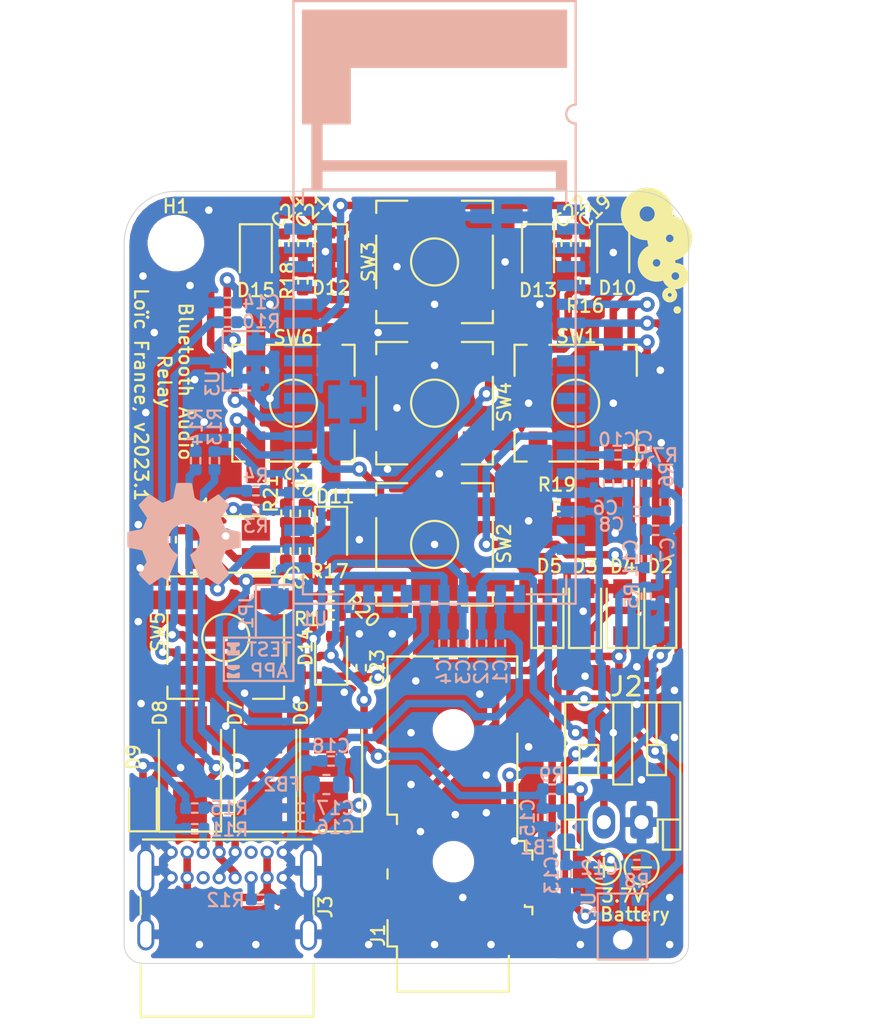
<source format=kicad_pcb>
(kicad_pcb (version 20171130) (host pcbnew "(5.1.4)-1")
  (layers (0 F.Cu signal) (31 B.Cu signal) (34 B.Paste user hide) (35 F.Paste user hide) (36 B.SilkS user) (37 F.SilkS user hide) (38 B.Mask user) (39 F.Mask user hide) (44 Edge.Cuts user))
  (net 0 "")
  (net 1 GND)
  (net 2 /ADAP_IN)
  (net 3 /BAT_IN)
  (net 4 /SYS_PWR)
  (net 5 /VDD_IO)
  (net 6 /MIC_BIAS)
  (net 7 /JACK_OUT_MIC)
  (net 8 /AOHPM)
  (net 9 "Net-(C8-Pad2)")
  (net 10 /MIC_P1)
  (net 11 /MIC_N1)
  (net 12 "Net-(C12-Pad1)")
  (net 13 "Net-(C16-Pad1)")
  (net 14 /FWD)
  (net 15 /VOL_DOWN)
  (net 16 /VOL_UP)
  (net 17 /PLAY_PAUSE)
  (net 18 /MFB_PWR)
  (net 19 /REV)
  (net 20 "Net-(D1-Pad1)")
  (net 21 /AOHPL)
  (net 22 /AOHPR)
  (net 23 "Net-(J3-PadB5)")
  (net 24 "Net-(J3-PadB8)")
  (net 25 "Net-(J3-PadA8)")
  (net 26 "Net-(J3-PadA5)")
  (net 27 /SYS_CFG)
  (net 28 "/MFB PWR/push_value")
  (net 29 /LED1)
  (net 30 /LED2)
  (net 31 /PWM_LED)
  (net 32 "Net-(R8-Pad1)")
  (net 33 /RST_N)
  (net 34 /USB_DM)
  (net 35 /USB_DP)
  (net 36 "Net-(R16-Pad1)")
  (net 37 "Net-(R17-Pad1)")
  (net 38 "Net-(R18-Pad1)")
  (net 39 "Net-(R19-Pad1)")
  (net 40 "Net-(R20-Pad1)")
  (net 41 "Net-(R21-Pad1)")
  (net 42 "Net-(U1-Pad29)")
  (net 43 "Net-(U1-Pad28)")
  (net 44 "Net-(U1-Pad27)")
  (net 45 "Net-(U1-Pad21)")
  (net 46 "Net-(U1-Pad20)")
  (net 47 /DMIC1_L)
  (net 48 "Net-(U1-Pad18)")
  (net 49 /DMIC_CLK)
  (net 50 "Net-(U1-Pad12)")
  (net 51 "Net-(U1-Pad11)")
  (net 52 "Net-(U1-Pad10)")
  (net 53 "Net-(U1-Pad9)")
  (net 54 "Net-(U1-Pad5)")
  (net 55 "Net-(U1-Pad4)")
  (net 56 "Net-(U1-Pad3)")
  (net 57 "Net-(U1-Pad2)")
  (net 58 "Net-(U1-Pad1)")
  (net 59 "Net-(U1-Pad49)")
  (net 60 "Net-(U1-Pad48)")
  (net 61 "Net-(U1-Pad47)")
  (net 62 "Net-(U1-Pad46)")
  (net 63 "Net-(U1-Pad45)")
  (net 64 "Net-(U1-Pad42)")
  (net 65 "Net-(U1-Pad41)")
  (net 66 "Net-(U1-Pad30)")
  (net 67 "Net-(D1-Pad4)")
  (net 68 "Net-(D1-Pad3)")
  (net 69 "Net-(D7-Pad1)")
  (net 70 "Net-(D8-Pad1)")
  (net 71 "Net-(D9-Pad2)")
  (module bt_audio:openhardware_logo (layer B.Cu) (at 78.1685 88.773 180)
    (fp_text reference LOGO1 hide)
    (fp_text value Logo_Open_Hardware_Large hide)
  )
  (module bt_audio:R_0402_1005Metric (layer F.Cu) (at 83.6 87.6 270)
    (fp_text reference R21 (at -1.0495 0.796 90) (layer F.SilkS) (effects (font (size 0.7 0.7) (thickness 0.12))))
    (fp_text value 0)
    (pad 2 smd roundrect (at 0.485 0 270) (size 0.59 0.64) (layers F.Cu F.Paste F.Mask) (net 1 GND))
    (pad 1 smd roundrect (at -0.485 0 270) (size 0.59 0.64) (layers F.Cu F.Paste F.Mask) (net 41 "Net-(R21-Pad1)"))
  )
  (module bt_audio:R_0402_1005Metric (layer F.Cu) (at 86 92)
    (fp_text reference R20 (at 1.6935 0.7735 -45) (layer F.SilkS) (effects (font (size 0.7 0.7) (thickness 0.12))))
    (fp_text value 0)
    (pad 2 smd roundrect (at 0.485 0) (size 0.59 0.64) (layers F.Cu F.Paste F.Mask) (net 28 "/MFB PWR/push_value"))
    (pad 1 smd roundrect (at -0.485 0) (size 0.59 0.64) (layers F.Cu F.Paste F.Mask) (net 40 "Net-(R20-Pad1)"))
  )
  (module bt_audio:R_0402_1005Metric (layer F.Cu) (at 98 87.25)
    (fp_text reference R19 (at 0 -1.17) (layer F.SilkS) (effects (font (size 0.7 0.7) (thickness 0.12))))
    (fp_text value 0)
    (pad 2 smd roundrect (at 0.485 0) (size 0.59 0.64) (layers F.Cu F.Paste F.Mask) (net 1 GND))
    (pad 1 smd roundrect (at -0.485 0) (size 0.59 0.64) (layers F.Cu F.Paste F.Mask) (net 39 "Net-(R19-Pad1)"))
  )
  (module bt_audio:R_0402_1005Metric (layer F.Cu) (at 84.5 75.25 90)
    (fp_text reference R18 (at 0.0025 -0.807 90) (layer F.SilkS) (effects (font (size 0.7 0.7) (thickness 0.12))))
    (fp_text value 0)
    (pad 2 smd roundrect (at 0.485 0 90) (size 0.59 0.64) (layers F.Cu F.Paste F.Mask) (net 1 GND))
    (pad 1 smd roundrect (at -0.485 0 90) (size 0.59 0.64) (layers F.Cu F.Paste F.Mask) (net 38 "Net-(R18-Pad1)"))
  )
  (module bt_audio:R_0402_1005Metric (layer F.Cu) (at 84.6 89.6 90)
    (fp_text reference R17 (at -1.078 1.3155 180) (layer F.SilkS) (effects (font (size 0.7 0.7) (thickness 0.12))))
    (fp_text value 0)
    (pad 2 smd roundrect (at 0.485 0 90) (size 0.59 0.64) (layers F.Cu F.Paste F.Mask) (net 1 GND))
    (pad 1 smd roundrect (at -0.485 0 90) (size 0.59 0.64) (layers F.Cu F.Paste F.Mask) (net 37 "Net-(R17-Pad1)"))
  )
  (module bt_audio:R_0402_1005Metric (layer F.Cu) (at 99.5 75.25 90)
    (fp_text reference R16 (at -1.331 0.0045 180) (layer F.SilkS) (effects (font (size 0.7 0.7) (thickness 0.12))))
    (fp_text value 0)
    (pad 2 smd roundrect (at 0.485 0 90) (size 0.59 0.64) (layers F.Cu F.Paste F.Mask) (net 1 GND))
    (pad 1 smd roundrect (at -0.485 0 90) (size 0.59 0.64) (layers F.Cu F.Paste F.Mask) (net 36 "Net-(R16-Pad1)"))
  )
  (module bt_audio:R_0402_1005Metric (layer B.Cu) (at 78.75 103.25 180)
    (fp_text reference R15 (at -1.8315 -0.001) (layer B.SilkS) (effects (font (size 0.7 0.7) (thickness 0.12)) (justify mirror)))
    (fp_text value 1k)
    (pad 2 smd roundrect (at 0.485 0 180) (size 0.59 0.64) (layers B.Cu B.Paste B.Mask) (net 71 "Net-(D9-Pad2)"))
    (pad 1 smd roundrect (at -0.485 0 180) (size 0.59 0.64) (layers B.Cu B.Paste B.Mask) (net 2 /ADAP_IN))
  )
  (module bt_audio:R_0402_1005Metric (layer B.Cu) (at 78.8 84.8 90)
    (fp_text reference R14 (at 1.8055 0.0035 90) (layer B.SilkS) (effects (font (size 0.7 0.7) (thickness 0.12)) (justify mirror)))
    (fp_text value 0)
    (pad 2 smd roundrect (at 0.485 0 90) (size 0.59 0.64) (layers B.Cu B.Paste B.Mask) (net 35 /USB_DP))
    (pad 1 smd roundrect (at -0.485 0 90) (size 0.59 0.64) (layers B.Cu B.Paste B.Mask) (net 70 "Net-(D8-Pad1)"))
  )
  (module bt_audio:R_0402_1005Metric (layer B.Cu) (at 79.8 84.8 90)
    (fp_text reference R13 (at 1.8055 0.0195 90) (layer B.SilkS) (effects (font (size 0.7 0.7) (thickness 0.12)) (justify mirror)))
    (fp_text value 0)
    (pad 2 smd roundrect (at 0.485 0 90) (size 0.59 0.64) (layers B.Cu B.Paste B.Mask) (net 34 /USB_DM))
    (pad 1 smd roundrect (at -0.485 0 90) (size 0.59 0.64) (layers B.Cu B.Paste B.Mask) (net 69 "Net-(D7-Pad1)"))
  )
  (module bt_audio:R_0402_1005Metric (layer B.Cu) (at 82.25 108.1 180)
    (fp_text reference R12 (at 1.859 -0.0405) (layer B.SilkS) (effects (font (size 0.7 0.7) (thickness 0.12)) (justify mirror)))
    (fp_text value 5.1k)
    (pad 2 smd roundrect (at 0.485 0 180) (size 0.59 0.64) (layers B.Cu B.Paste B.Mask) (net 23 "Net-(J3-PadB5)"))
    (pad 1 smd roundrect (at -0.485 0 180) (size 0.59 0.64) (layers B.Cu B.Paste B.Mask) (net 1 GND))
  )
  (module bt_audio:R_0402_1005Metric (layer B.Cu) (at 78.75 104.35)
    (fp_text reference R11 (at 1.8315 0.044) (layer B.SilkS) (effects (font (size 0.7 0.7) (thickness 0.12)) (justify mirror)))
    (fp_text value 5.1k)
    (pad 2 smd roundrect (at 0.485 0) (size 0.59 0.64) (layers B.Cu B.Paste B.Mask) (net 26 "Net-(J3-PadA5)"))
    (pad 1 smd roundrect (at -0.485 0) (size 0.59 0.64) (layers B.Cu B.Paste B.Mask) (net 1 GND))
  )
  (module bt_audio:R_0402_1005Metric (layer B.Cu) (at 80.5 77.45 180)
    (fp_text reference R10 (at -1.796 0.0435) (layer B.SilkS) (effects (font (size 0.7 0.7) (thickness 0.12)) (justify mirror)))
    (fp_text value 4.7k)
    (pad 2 smd roundrect (at 0.485 0 180) (size 0.59 0.64) (layers B.Cu B.Paste B.Mask) (net 5 /VDD_IO))
    (pad 1 smd roundrect (at -0.485 0 180) (size 0.59 0.64) (layers B.Cu B.Paste B.Mask) (net 33 /RST_N))
  )
  (module bt_audio:R_0402_1005Metric (layer B.Cu) (at 97.75 102.25)
    (fp_text reference R9 (at -0.0235 -0.777) (layer B.SilkS) (effects (font (size 0.7 0.7) (thickness 0.12)) (justify mirror)))
    (fp_text value 4.7k)
    (pad 2 smd roundrect (at 0.485 0) (size 0.59 0.64) (layers B.Cu B.Paste B.Mask) (net 32 "Net-(R8-Pad1)"))
    (pad 1 smd roundrect (at -0.485 0) (size 0.59 0.64) (layers B.Cu B.Paste B.Mask) (net 5 /VDD_IO))
  )
  (module bt_audio:R_0402_1005Metric (layer B.Cu) (at 102.25 106.25)
    (fp_text reference R8 (at 0 0.8745) (layer B.SilkS) (effects (font (size 0.7 0.7) (thickness 0.12)) (justify mirror)))
    (fp_text value 4.7k)
    (pad 2 smd roundrect (at 0.485 0) (size 0.59 0.64) (layers B.Cu B.Paste B.Mask) (net 1 GND))
    (pad 1 smd roundrect (at -0.485 0) (size 0.59 0.64) (layers B.Cu B.Paste B.Mask) (net 32 "Net-(R8-Pad1)"))
  )
  (module bt_audio:R_0402_1005Metric (layer B.Cu) (at 102.75 86 270)
    (fp_text reference R7 (at -1.4815 -1.009) (layer B.SilkS) (effects (font (size 0.7 0.7) (thickness 0.12)) (justify mirror)))
    (fp_text value 1k)
    (pad 2 smd roundrect (at 0.485 0 270) (size 0.59 0.64) (layers B.Cu B.Paste B.Mask) (net 9 "Net-(C8-Pad2)"))
    (pad 1 smd roundrect (at -0.485 0 270) (size 0.59 0.64) (layers B.Cu B.Paste B.Mask) (net 6 /MIC_BIAS))
  )
  (module bt_audio:R_0402_1005Metric (layer B.Cu) (at 103.75 87 90)
    (fp_text reference R6 (at 1.4655 0.0725 90) (layer B.SilkS) (effects (font (size 0.7 0.7) (thickness 0.12)) (justify mirror)))
    (fp_text value 1k)
    (pad 2 smd roundrect (at 0.485 0 90) (size 0.59 0.64) (layers B.Cu B.Paste B.Mask) (net 7 /JACK_OUT_MIC))
    (pad 1 smd roundrect (at -0.485 0 90) (size 0.59 0.64) (layers B.Cu B.Paste B.Mask) (net 9 "Net-(C8-Pad2)"))
  )
  (module bt_audio:R_0402_1005Metric (layer B.Cu) (at 102.75 92 270)
    (fp_text reference R5 (at 0 0.769 90) (layer B.SilkS) (effects (font (size 0.7 0.7) (thickness 0.12)) (justify mirror)))
    (fp_text value 2.2k)
    (pad 2 smd roundrect (at 0.485 0 270) (size 0.59 0.64) (layers B.Cu B.Paste B.Mask) (net 1 GND))
    (pad 1 smd roundrect (at -0.485 0 270) (size 0.59 0.64) (layers B.Cu B.Paste B.Mask) (net 8 /AOHPM))
  )
  (module bt_audio:R_0402_1005Metric (layer B.Cu) (at 82 86.4)
    (fp_text reference R4 (at 0 -0.802) (layer B.SilkS) (effects (font (size 0.7 0.7) (thickness 0.12)) (justify mirror)))
    (fp_text value 0)
    (pad 2 smd roundrect (at 0.485 0) (size 0.59 0.64) (layers B.Cu B.Paste B.Mask) (net 30 /LED2))
    (pad 1 smd roundrect (at -0.485 0) (size 0.59 0.64) (layers B.Cu B.Paste B.Mask) (net 20 "Net-(D1-Pad1)"))
  )
  (module bt_audio:R_0402_1005Metric (layer B.Cu) (at 82 87.4)
    (fp_text reference R3 (at 0 0.865) (layer B.SilkS) (effects (font (size 0.7 0.7) (thickness 0.12)) (justify mirror)))
    (fp_text value 0)
    (pad 2 smd roundrect (at 0.485 0) (size 0.59 0.64) (layers B.Cu B.Paste B.Mask) (net 31 /PWM_LED))
    (pad 1 smd roundrect (at -0.485 0) (size 0.59 0.64) (layers B.Cu B.Paste B.Mask) (net 67 "Net-(D1-Pad4)"))
  )
  (module bt_audio:R_0402_1005Metric (layer F.Cu) (at 77.5 89 270)
    (fp_text reference R2 (at 0 0.792 90) (layer F.SilkS) (effects (font (size 0.7 0.7) (thickness 0.12))))
    (fp_text value 0)
    (pad 2 smd roundrect (at 0.485 0 270) (size 0.59 0.64) (layers F.Cu F.Paste F.Mask) (net 29 /LED1))
    (pad 1 smd roundrect (at -0.485 0 270) (size 0.59 0.64) (layers F.Cu F.Paste F.Mask) (net 68 "Net-(D1-Pad3)"))
  )
  (module bt_audio:R_0402_1005Metric (layer F.Cu) (at 86 93 180)
    (fp_text reference R1 (at 1.291 -0.218) (layer F.SilkS) (effects (font (size 0.7 0.7) (thickness 0.12))))
    (fp_text value 0)
    (pad 2 smd roundrect (at 0.485 0 180) (size 0.59 0.64) (layers F.Cu F.Paste F.Mask) (net 4 /SYS_PWR))
    (pad 1 smd roundrect (at -0.485 0 180) (size 0.59 0.64) (layers F.Cu F.Paste F.Mask) (net 28 "/MFB PWR/push_value"))
  )
  (module bt_audio:C_0402_1005Metric (layer F.Cu) (at 83.5 73.25 270)
    (fp_text reference C24 (at -1.6855 -0.193 45) (layer F.SilkS) (effects (font (size 0.7 0.7) (thickness 0.12))))
    (fp_text value 15p)
    (pad 2 smd roundrect (at 0.485 0 270) (size 0.59 0.64) (layers F.Cu F.Paste F.Mask) (net 1 GND))
    (pad 1 smd roundrect (at -0.485 0 270) (size 0.59 0.64) (layers F.Cu F.Paste F.Mask) (net 19 /REV))
  )
  (module bt_audio:C_0402_1005Metric (layer F.Cu) (at 87.6 95.8 90)
    (fp_text reference C23 (at -0.0215 0.8555 90) (layer F.SilkS) (effects (font (size 0.7 0.7) (thickness 0.12))))
    (fp_text value 15p)
    (pad 2 smd roundrect (at 0.485 0 90) (size 0.59 0.64) (layers F.Cu F.Paste F.Mask) (net 1 GND))
    (pad 1 smd roundrect (at -0.485 0 90) (size 0.59 0.64) (layers F.Cu F.Paste F.Mask) (net 18 /MFB_PWR))
  )
  (module bt_audio:C_0402_1005Metric (layer F.Cu) (at 98.5 73.25 270)
    (fp_text reference C22 (at -1.6855 -0.2425 45) (layer F.SilkS) (effects (font (size 0.7 0.7) (thickness 0.12))))
    (fp_text value 15p)
    (pad 2 smd roundrect (at 0.485 0 270) (size 0.59 0.64) (layers F.Cu F.Paste F.Mask) (net 1 GND))
    (pad 1 smd roundrect (at -0.485 0 270) (size 0.59 0.64) (layers F.Cu F.Paste F.Mask) (net 17 /PLAY_PAUSE))
  )
  (module bt_audio:C_0402_1005Metric (layer F.Cu) (at 84.5 73.25 270)
    (fp_text reference C21 (at -1.6855 -0.463 45) (layer F.SilkS) (effects (font (size 0.7 0.7) (thickness 0.12))))
    (fp_text value 15p)
    (pad 2 smd roundrect (at 0.485 0 270) (size 0.59 0.64) (layers F.Cu F.Paste F.Mask) (net 1 GND))
    (pad 1 smd roundrect (at -0.485 0 270) (size 0.59 0.64) (layers F.Cu F.Paste F.Mask) (net 16 /VOL_UP))
  )
  (module bt_audio:C_0402_1005Metric (layer F.Cu) (at 84.6 87.6 270)
    (fp_text reference C20 (at -1.6845 0.272 315) (layer F.SilkS) (effects (font (size 0.7 0.7) (thickness 0.12))))
    (fp_text value 15p)
    (pad 2 smd roundrect (at 0.485 0 270) (size 0.59 0.64) (layers F.Cu F.Paste F.Mask) (net 1 GND))
    (pad 1 smd roundrect (at -0.485 0 270) (size 0.59 0.64) (layers F.Cu F.Paste F.Mask) (net 15 /VOL_DOWN))
  )
  (module bt_audio:C_0402_1005Metric (layer F.Cu) (at 99.5 73.25 270)
    (fp_text reference C19 (at -1.6855 -0.5125 45) (layer F.SilkS) (effects (font (size 0.7 0.7) (thickness 0.12))))
    (fp_text value 15p)
    (pad 2 smd roundrect (at 0.485 0 270) (size 0.59 0.64) (layers F.Cu F.Paste F.Mask) (net 1 GND))
    (pad 1 smd roundrect (at -0.485 0 270) (size 0.59 0.64) (layers F.Cu F.Paste F.Mask) (net 14 /FWD))
  )
  (module bt_audio:C_0402_1005Metric (layer B.Cu) (at 86 100.75 180)
    (fp_text reference C18 (at 0 0.801) (layer B.SilkS) (effects (font (size 0.7 0.7) (thickness 0.12)) (justify mirror)))
    (fp_text value 1u)
    (pad 2 smd roundrect (at 0.485 0 180) (size 0.59 0.64) (layers B.Cu B.Paste B.Mask) (net 1 GND))
    (pad 1 smd roundrect (at -0.485 0 180) (size 0.59 0.64) (layers B.Cu B.Paste B.Mask) (net 2 /ADAP_IN))
  )
  (module bt_audio:C_0402_1005Metric (layer B.Cu) (at 84.4 103.25 180)
    (fp_text reference C17 (at -1.833 -0.001) (layer B.SilkS) (effects (font (size 0.7 0.7) (thickness 0.12)) (justify mirror)))
    (fp_text value 100n)
    (pad 2 smd roundrect (at 0.485 0 180) (size 0.59 0.64) (layers B.Cu B.Paste B.Mask) (net 1 GND))
    (pad 1 smd roundrect (at -0.485 0 180) (size 0.59 0.64) (layers B.Cu B.Paste B.Mask) (net 13 "Net-(C16-Pad1)"))
  )
  (module bt_audio:C_0402_1005Metric (layer B.Cu) (at 84.4 104.2 180)
    (fp_text reference C16 (at -1.833 -0.067) (layer B.SilkS) (effects (font (size 0.7 0.7) (thickness 0.12)) (justify mirror)))
    (fp_text value 100n)
    (pad 2 smd roundrect (at 0.485 0 180) (size 0.59 0.64) (layers B.Cu B.Paste B.Mask) (net 1 GND))
    (pad 1 smd roundrect (at -0.485 0 180) (size 0.59 0.64) (layers B.Cu B.Paste B.Mask) (net 13 "Net-(C16-Pad1)"))
  )
  (module bt_audio:C_0402_1005Metric (layer B.Cu) (at 97.25 103.75 270)
    (fp_text reference C15 (at 0.009 0.7935 90) (layer B.SilkS) (effects (font (size 0.7 0.7) (thickness 0.12)) (justify mirror)))
    (fp_text value 100n)
    (pad 2 smd roundrect (at 0.485 0 270) (size 0.59 0.64) (layers B.Cu B.Paste B.Mask) (net 1 GND))
    (pad 1 smd roundrect (at -0.485 0 270) (size 0.59 0.64) (layers B.Cu B.Paste B.Mask) (net 5 /VDD_IO))
  )
  (module bt_audio:C_0402_1005Metric (layer B.Cu) (at 80.5 76.4 180)
    (fp_text reference C14 (at -1.796 0.0095) (layer B.SilkS) (effects (font (size 0.7 0.7) (thickness 0.12)) (justify mirror)))
    (fp_text value 100n)
    (pad 2 smd roundrect (at 0.485 0 180) (size 0.59 0.64) (layers B.Cu B.Paste B.Mask) (net 1 GND))
    (pad 1 smd roundrect (at -0.485 0 180) (size 0.59 0.64) (layers B.Cu B.Paste B.Mask) (net 4 /SYS_PWR))
  )
  (module bt_audio:C_0402_1005Metric (layer B.Cu) (at 98.5 106.75 270)
    (fp_text reference C13 (at 0.057 0.7735 90) (layer B.SilkS) (effects (font (size 0.7 0.7) (thickness 0.12)) (justify mirror)))
    (fp_text value 100n)
    (pad 2 smd roundrect (at 0.485 0 270) (size 0.59 0.64) (layers B.Cu B.Paste B.Mask) (net 1 GND))
    (pad 1 smd roundrect (at -0.485 0 270) (size 0.59 0.64) (layers B.Cu B.Paste B.Mask) (net 12 "Net-(C12-Pad1)"))
  )
  (module bt_audio:C_0402_1005Metric (layer B.Cu) (at 100.25 107.25 180)
    (fp_text reference C12 (at 0 0.824) (layer B.SilkS) (effects (font (size 0.7 0.7) (thickness 0.12)) (justify mirror)))
    (fp_text value 220p)
    (pad 2 smd roundrect (at 0.485 0 180) (size 0.59 0.64) (layers B.Cu B.Paste B.Mask) (net 1 GND))
    (pad 1 smd roundrect (at -0.485 0 180) (size 0.59 0.64) (layers B.Cu B.Paste B.Mask) (net 12 "Net-(C12-Pad1)"))
  )
  (module bt_audio:C_0402_1005Metric (layer B.Cu) (at 102.75 90 270)
    (fp_text reference C11 (at -0.0205 0.8325 90) (layer B.SilkS) (effects (font (size 0.7 0.7) (thickness 0.12)) (justify mirror)))
    (fp_text value 47n)
    (pad 2 smd roundrect (at 0.485 0 270) (size 0.59 0.64) (layers B.Cu B.Paste B.Mask) (net 11 /MIC_N1))
    (pad 1 smd roundrect (at -0.485 0 270) (size 0.59 0.64) (layers B.Cu B.Paste B.Mask) (net 8 /AOHPM))
  )
  (module bt_audio:C_0402_1005Metric (layer B.Cu) (at 101.25 84.5 180)
    (fp_text reference C10 (at 0.031 0.807) (layer B.SilkS) (effects (font (size 0.7 0.7) (thickness 0.12)) (justify mirror)))
    (fp_text value 47n)
    (pad 2 smd roundrect (at 0.485 0 180) (size 0.59 0.64) (layers B.Cu B.Paste B.Mask) (net 10 /MIC_P1))
    (pad 1 smd roundrect (at -0.485 0 180) (size 0.59 0.64) (layers B.Cu B.Paste B.Mask) (net 7 /JACK_OUT_MIC))
  )
  (module bt_audio:C_0402_1005Metric (layer B.Cu) (at 101.75 86 90)
    (fp_text reference C9 (at 2.18 0.9295 270) (layer B.SilkS) (effects (font (size 0.7 0.7) (thickness 0.12)) (justify mirror)))
    (fp_text value 1u)
    (pad 2 smd roundrect (at 0.485 0 90) (size 0.59 0.64) (layers B.Cu B.Paste B.Mask) (net 6 /MIC_BIAS))
    (pad 1 smd roundrect (at -0.485 0 90) (size 0.59 0.64) (layers B.Cu B.Paste B.Mask) (net 1 GND))
  )
  (module bt_audio:C_0402_1005Metric (layer B.Cu) (at 102.25 87.5)
    (fp_text reference C8 (at -1.3485 0.7015) (layer B.SilkS) (effects (font (size 0.7 0.7) (thickness 0.12)) (justify mirror)))
    (fp_text value 1u)
    (pad 2 smd roundrect (at 0.485 0) (size 0.59 0.64) (layers B.Cu B.Paste B.Mask) (net 9 "Net-(C8-Pad2)"))
    (pad 1 smd roundrect (at -0.485 0) (size 0.59 0.64) (layers B.Cu B.Paste B.Mask) (net 1 GND))
  )
  (module bt_audio:C_0402_1005Metric (layer B.Cu) (at 103.25 88.5)
    (fp_text reference C7 (at 0.636 1.035 90) (layer B.SilkS) (effects (font (size 0.7 0.7) (thickness 0.12)) (justify mirror)))
    (fp_text value 220p)
    (pad 2 smd roundrect (at 0.485 0) (size 0.59 0.64) (layers B.Cu B.Paste B.Mask) (net 7 /JACK_OUT_MIC))
    (pad 1 smd roundrect (at -0.485 0) (size 0.59 0.64) (layers B.Cu B.Paste B.Mask) (net 8 /AOHPM))
  )
  (module bt_audio:C_0402_1005Metric (layer B.Cu) (at 100.75 86 270)
    (fp_text reference C6 (at 1.3125 0.166 180) (layer B.SilkS) (effects (font (size 0.7 0.7) (thickness 0.12)) (justify mirror)))
    (fp_text value 1u)
    (pad 2 smd roundrect (at 0.485 0 270) (size 0.59 0.64) (layers B.Cu B.Paste B.Mask) (net 1 GND))
    (pad 1 smd roundrect (at -0.485 0 270) (size 0.59 0.64) (layers B.Cu B.Paste B.Mask) (net 6 /MIC_BIAS))
  )
  (module bt_audio:C_0402_1005Metric (layer F.Cu) (at 83.6 89.6 270)
    (fp_text reference C5 (at 1.3955 -0.5375 315) (layer F.SilkS) (effects (font (size 0.7 0.7) (thickness 0.12))))
    (fp_text value 100n)
    (pad 2 smd roundrect (at 0.485 0 270) (size 0.59 0.64) (layers F.Cu F.Paste F.Mask) (net 4 /SYS_PWR))
    (pad 1 smd roundrect (at -0.485 0 270) (size 0.59 0.64) (layers F.Cu F.Paste F.Mask) (net 1 GND))
  )
  (module bt_audio:C_0402_1005Metric (layer B.Cu) (at 92 94.5 270)
    (fp_text reference C4 (at 1.512 -0.0115 90) (layer B.SilkS) (effects (font (size 0.7 0.7) (thickness 0.12)) (justify mirror)))
    (fp_text value 100n)
    (pad 2 smd roundrect (at 0.485 0 270) (size 0.59 0.64) (layers B.Cu B.Paste B.Mask) (net 1 GND))
    (pad 1 smd roundrect (at -0.485 0 270) (size 0.59 0.64) (layers B.Cu B.Paste B.Mask) (net 5 /VDD_IO))
  )
  (module bt_audio:C_0402_1005Metric (layer B.Cu) (at 93 94.5 270)
    (fp_text reference C3 (at 1.512 -0.0275 90) (layer B.SilkS) (effects (font (size 0.7 0.7) (thickness 0.12)) (justify mirror)))
    (fp_text value 100n)
    (pad 2 smd roundrect (at 0.485 0 270) (size 0.59 0.64) (layers B.Cu B.Paste B.Mask) (net 1 GND))
    (pad 1 smd roundrect (at -0.485 0 270) (size 0.59 0.64) (layers B.Cu B.Paste B.Mask) (net 4 /SYS_PWR))
  )
  (module bt_audio:C_0402_1005Metric (layer B.Cu) (at 94 94.5 270)
    (fp_text reference C2 (at 1.512 0.02 90) (layer B.SilkS) (effects (font (size 0.7 0.7) (thickness 0.12)) (justify mirror)))
    (fp_text value 1u)
    (pad 2 smd roundrect (at 0.485 0 270) (size 0.59 0.64) (layers B.Cu B.Paste B.Mask) (net 1 GND))
    (pad 1 smd roundrect (at -0.485 0 270) (size 0.59 0.64) (layers B.Cu B.Paste B.Mask) (net 3 /BAT_IN))
  )
  (module bt_audio:C_0402_1005Metric (layer B.Cu) (at 95 94.5 270)
    (fp_text reference C1 (at 1.512 0.004 90) (layer B.SilkS) (effects (font (size 0.7 0.7) (thickness 0.12)) (justify mirror)))
    (fp_text value 1u)
    (pad 2 smd roundrect (at 0.485 0 270) (size 0.59 0.64) (layers B.Cu B.Paste B.Mask) (net 1 GND))
    (pad 1 smd roundrect (at -0.485 0 270) (size 0.59 0.64) (layers B.Cu B.Paste B.Mask) (net 2 /ADAP_IN))
  )
  (module LED_SMD:LED_Avago_PLCC4_3.2x2.8mm_CW (layer F.Cu) (at 80.5 89.25 180)
    (fp_text reference D1 (at 1.5 2.05) (layer F.SilkS) (effects (font (size 0.7 0.7) (thickness 0.12))))
    (fp_text value LED_RGBA)
    (pad 4 smd rect (at -1.5 0.75 180) (size 1.5 1.1) (layers F.Cu F.Paste F.Mask) (net 67 "Net-(D1-Pad4)"))
    (pad 3 smd rect (at 1.5 0.75 180) (size 1.5 1.1) (layers F.Cu F.Paste F.Mask) (net 68 "Net-(D1-Pad3)"))
    (pad 2 smd rect (at 1.5 -0.75 180) (size 1.5 1.1) (layers F.Cu F.Paste F.Mask) (net 4 /SYS_PWR))
    (pad 1 smd rect (at -1.5 -0.75 180) (size 1.5 1.1) (layers F.Cu F.Paste F.Mask) (net 20 "Net-(D1-Pad1)"))
  )
  (module bt_audio:SPH0641LU4H-1 (layer B.Cu) (at 101.5 108.998 180)
    (fp_text reference U2 (at 1.805 0.6035 90) (layer B.SilkS) (effects (font (size 0.7 0.7) (thickness 0.12)) (justify mirror)))
    (fp_text value SPH0641LU4H-1)
    (pad "" np_thru_hole circle (at 0 -1.252 180) (size 0.6625 0.6625) (drill 0.6625) (layers *.Cu *.Mask))
    (pad 3 smd custom (at 0 -0.59 180) (size 0.25 0.25) (layers B.Cu B.Paste B.Mask) (net 1 GND) (options (clearance outline) (anchor circle)) (primitives (gr_circle (center 0 -0.662) (end 0.6625 -0.662) (width 0.3))))
    (pad 5 smd rect (at 0.8375 0.822 180) (size 0.725 0.522) (layers B.Cu B.Paste B.Mask) (net 12 "Net-(C12-Pad1)"))
    (pad 4 smd rect (at 0.8375 0 180) (size 0.725 0.522) (layers B.Cu B.Paste B.Mask) (net 49 /DMIC_CLK))
    (pad 2 smd rect (at -0.8375 0 180) (size 0.725 0.522) (layers B.Cu B.Paste B.Mask) (net 32 "Net-(R8-Pad1)"))
    (pad 1 smd rect (at -0.8375 0.822 180) (size 0.725 0.522) (layers B.Cu B.Paste B.Mask) (net 47 /DMIC1_L))
  )
  (module MountingHole:MountingHole_2.5mm (layer F.Cu) (at 77.75 73.25)
    (fp_text reference H1 (at 0 -1.95) (layer F.SilkS) (effects (font (size 0.7 0.7) (thickness 0.12))))
    (fp_text value MountingHole)
    (pad 1 np_thru_hole circle (at 0 0) (size 2.5 2.5) (drill 2.5) (layers *.Cu *.Mask))
  )
  (module bt_audio:SJ-43516-SMT (layer F.Cu) (at 92.5 110.6 90)
    (fp_text reference J1 (at 0.6 -4 90) (layer F.SilkS) (effects (font (size 0.7 0.7) (thickness 0.12))))
    (fp_text value AudioJack4_Ground)
    (pad "" np_thru_hole circle (at 4.5 0 270) (size 1.7 1.7) (drill 1.7) (layers *.Cu *.Mask))
    (pad "" np_thru_hole circle (at 11.5 0 270) (size 1.7 1.7) (drill 1.7) (layers *.Cu *.Mask))
    (pad TS smd rect (at 16.8 -0.75 270) (size 2.6 2.8) (layers F.Cu F.Paste F.Mask))
    (pad T smd rect (at 12.8 3.95 270) (size 2.8 2.3) (layers F.Cu F.Paste F.Mask) (net 21 /AOHPL))
    (pad R1 smd rect (at 5.3 -3.95 90) (size 2.2 2.3) (layers F.Cu F.Paste F.Mask) (net 22 /AOHPR))
    (pad R2 smd rect (at 3.4 3.95 90) (size 2.2 2.3) (layers F.Cu F.Paste F.Mask) (net 8 /AOHPM))
    (pad RS smd rect (at 2.5 -3.95 90) (size 2 2.3) (layers F.Cu F.Paste F.Mask))
    (pad S smd rect (at 0.6 3.95 90) (size 2 2.3) (layers F.Cu F.Paste F.Mask) (net 7 /JACK_OUT_MIC))
  )
  (module bt_audio:tactile_switch (layer F.Cu) (at 91.5 74.25)
    (fp_text reference SW3 (at -3.5 0 90) (layer F.SilkS) (effects (font (size 0.7 0.7) (thickness 0.12))))
    (fp_text value EVP-BV2C1L000)
    (pad 2 smd rect (at -2.875 -2 180) (size 2.75 1) (layers F.Cu F.Paste F.Mask) (net 16 /VOL_UP))
    (pad 1 smd rect (at -2.875 2 180) (size 2.75 1) (layers F.Cu F.Paste F.Mask) (net 38 "Net-(R18-Pad1)"))
    (pad 2 smd rect (at 2.875 -2) (size 2.75 1) (layers F.Cu F.Paste F.Mask) (net 16 /VOL_UP))
    (pad 1 smd rect (at 2.875 2) (size 2.75 1) (layers F.Cu F.Paste F.Mask) (net 38 "Net-(R18-Pad1)"))
  )
  (module bt_audio:tactile_switch (layer F.Cu) (at 80.4 94.2 180)
    (fp_text reference SW5 (at 3.6 0.3 90) (layer F.SilkS) (effects (font (size 0.7 0.7) (thickness 0.12))))
    (fp_text value EVP-BV2C1L000)
    (pad 2 smd rect (at -2.875 -2) (size 2.75 1) (layers F.Cu F.Paste F.Mask) (net 18 /MFB_PWR))
    (pad 1 smd rect (at -2.875 2) (size 2.75 1) (layers F.Cu F.Paste F.Mask) (net 40 "Net-(R20-Pad1)"))
    (pad 2 smd rect (at 2.875 -2 180) (size 2.75 1) (layers F.Cu F.Paste F.Mask) (net 18 /MFB_PWR))
    (pad 1 smd rect (at 2.875 2 180) (size 2.75 1) (layers F.Cu F.Paste F.Mask) (net 40 "Net-(R20-Pad1)"))
  )
  (module bt_audio:tactile_switch (layer F.Cu) (at 99 81.75 270)
    (fp_text reference SW1 (at -3.55 -0.05) (layer F.SilkS) (effects (font (size 0.7 0.7) (thickness 0.12))))
    (fp_text value EVP-BV2C1L000)
    (pad 2 smd rect (at -2.875 -2 90) (size 2.75 1) (layers F.Cu F.Paste F.Mask) (net 14 /FWD))
    (pad 1 smd rect (at -2.875 2 90) (size 2.75 1) (layers F.Cu F.Paste F.Mask) (net 36 "Net-(R16-Pad1)"))
    (pad 2 smd rect (at 2.875 -2 270) (size 2.75 1) (layers F.Cu F.Paste F.Mask) (net 14 /FWD))
    (pad 1 smd rect (at 2.875 2 270) (size 2.75 1) (layers F.Cu F.Paste F.Mask) (net 36 "Net-(R16-Pad1)"))
  )
  (module bt_audio:tactile_switch (layer F.Cu) (at 91.5 89.25)
    (fp_text reference SW2 (at 3.7 -0.05 270) (layer F.SilkS) (effects (font (size 0.7 0.7) (thickness 0.12))))
    (fp_text value EVP-BV2C1L000)
    (pad 2 smd rect (at -2.875 -2 180) (size 2.75 1) (layers F.Cu F.Paste F.Mask) (net 15 /VOL_DOWN))
    (pad 1 smd rect (at -2.875 2 180) (size 2.75 1) (layers F.Cu F.Paste F.Mask) (net 37 "Net-(R17-Pad1)"))
    (pad 2 smd rect (at 2.875 -2) (size 2.75 1) (layers F.Cu F.Paste F.Mask) (net 15 /VOL_DOWN))
    (pad 1 smd rect (at 2.875 2) (size 2.75 1) (layers F.Cu F.Paste F.Mask) (net 37 "Net-(R17-Pad1)"))
  )
  (module bt_audio:tactile_switch (layer F.Cu) (at 91.5 81.75)
    (fp_text reference SW4 (at 3.7 -0.05 270) (layer F.SilkS) (effects (font (size 0.7 0.7) (thickness 0.12))))
    (fp_text value EVP-BV2C1L000)
    (pad 2 smd rect (at -2.875 -2 180) (size 2.75 1) (layers F.Cu F.Paste F.Mask) (net 17 /PLAY_PAUSE))
    (pad 1 smd rect (at -2.875 2 180) (size 2.75 1) (layers F.Cu F.Paste F.Mask) (net 39 "Net-(R19-Pad1)"))
    (pad 2 smd rect (at 2.875 -2) (size 2.75 1) (layers F.Cu F.Paste F.Mask) (net 17 /PLAY_PAUSE))
    (pad 1 smd rect (at 2.875 2) (size 2.75 1) (layers F.Cu F.Paste F.Mask) (net 39 "Net-(R19-Pad1)"))
  )
  (module bt_audio:tactile_switch (layer F.Cu) (at 84 81.75 90)
    (fp_text reference SW6 (at 3.5 0) (layer F.SilkS) (effects (font (size 0.7 0.7) (thickness 0.12))))
    (fp_text value EVP-BV2C1L000)
    (pad 2 smd rect (at -2.875 -2 270) (size 2.75 1) (layers F.Cu F.Paste F.Mask) (net 19 /REV))
    (pad 1 smd rect (at -2.875 2 270) (size 2.75 1) (layers F.Cu F.Paste F.Mask) (net 41 "Net-(R21-Pad1)"))
    (pad 2 smd rect (at 2.875 -2 90) (size 2.75 1) (layers F.Cu F.Paste F.Mask) (net 19 /REV))
    (pad 1 smd rect (at 2.875 2 90) (size 2.75 1) (layers F.Cu F.Paste F.Mask) (net 41 "Net-(R21-Pad1)"))
  )
  (module Diode_SMD:D_SOD-323_HandSoldering (layer F.Cu) (at 101.5 92.85 90)
    (fp_text reference D4 (at 2.45 0 180) (layer F.SilkS) (effects (font (size 0.7 0.7) (thickness 0.12))))
    (fp_text value PESD5V0S1BA)
    (pad 2 smd rect (at 1.25 0 90) (size 1 1) (layers F.Cu F.Paste F.Mask) (net 1 GND))
    (pad 1 smd rect (at -1.25 0 90) (size 1 1) (layers F.Cu F.Paste F.Mask) (net 8 /AOHPM))
  )
  (module Diode_SMD:D_SMA (layer F.Cu) (at 78.5 101.1 90)
    (fp_text reference D8 (at 2.9 -1.6 270) (layer F.SilkS) (effects (font (size 0.7 0.7) (thickness 0.12))))
    (fp_text value SMBJ10CA-TR)
    (pad 2 smd rect (at 2 0 90) (size 2.5 1.8) (layers F.Cu F.Paste F.Mask) (net 1 GND))
    (pad 1 smd rect (at -2 0 90) (size 2.5 1.8) (layers F.Cu F.Paste F.Mask) (net 70 "Net-(D8-Pad1)"))
  )
  (module Diode_SMD:D_SMA (layer F.Cu) (at 82.5 101.1 90)
    (fp_text reference D7 (at 2.9 -1.6 270) (layer F.SilkS) (effects (font (size 0.7 0.7) (thickness 0.12))))
    (fp_text value SMBJ10CA-TR)
    (pad 2 smd rect (at 2 0 90) (size 2.5 1.8) (layers F.Cu F.Paste F.Mask) (net 1 GND))
    (pad 1 smd rect (at -2 0 90) (size 2.5 1.8) (layers F.Cu F.Paste F.Mask) (net 69 "Net-(D7-Pad1)"))
  )
  (module LED_SMD:LED_0603_1608Metric (layer F.Cu) (at 76 103 90)
    (fp_text reference D9 (at 2.45 -0.5 270) (layer F.SilkS) (effects (font (size 0.7 0.7) (thickness 0.12))))
    (fp_text value GREEN)
    (pad 2 smd roundrect (at 0.7875 0 90) (size 0.875 0.95) (layers F.Cu F.Paste F.Mask) (net 71 "Net-(D9-Pad2)"))
    (pad 1 smd roundrect (at -0.7875 0 90) (size 0.875 0.95) (layers F.Cu F.Paste F.Mask) (net 1 GND))
  )
  (module Diode_SMD:D_SOD-323_HandSoldering (layer F.Cu) (at 99.5 92.85 90)
    (fp_text reference D3 (at 2.45 0 180) (layer F.SilkS) (effects (font (size 0.7 0.7) (thickness 0.12))))
    (fp_text value PESD5V0S1BA)
    (pad 2 smd rect (at 1.25 0 90) (size 1 1) (layers F.Cu F.Paste F.Mask) (net 1 GND))
    (pad 1 smd rect (at -1.25 0 90) (size 1 1) (layers F.Cu F.Paste F.Mask) (net 21 /AOHPL))
  )
  (module Diode_SMD:D_SOD-323_HandSoldering (layer F.Cu) (at 103.5 92.85 90)
    (fp_text reference D2 (at 2.45 0 180) (layer F.SilkS) (effects (font (size 0.7 0.7) (thickness 0.12))))
    (fp_text value PESD5V0S1BA)
    (pad 2 smd rect (at 1.25 0 90) (size 1 1) (layers F.Cu F.Paste F.Mask) (net 1 GND))
    (pad 1 smd rect (at -1.25 0 90) (size 1 1) (layers F.Cu F.Paste F.Mask) (net 7 /JACK_OUT_MIC))
  )
  (module Diode_SMD:D_SOD-323_HandSoldering (layer F.Cu) (at 97.5 92.85 90)
    (fp_text reference D5 (at 2.45 0.1 180) (layer F.SilkS) (effects (font (size 0.7 0.7) (thickness 0.12))))
    (fp_text value PESD5V0S1BA)
    (pad 2 smd rect (at 1.25 0 90) (size 1 1) (layers F.Cu F.Paste F.Mask) (net 1 GND))
    (pad 1 smd rect (at -1.25 0 90) (size 1 1) (layers F.Cu F.Paste F.Mask) (net 22 /AOHPR))
  )
  (module Diode_SMD:D_SMA (layer F.Cu) (at 86 101.1 90)
    (fp_text reference D6 (at 2.9 -1.6 270) (layer F.SilkS) (effects (font (size 0.7 0.7) (thickness 0.12))))
    (fp_text value SMBJ10CA-TR)
    (pad 2 smd rect (at 2 0 90) (size 2.5 1.8) (layers F.Cu F.Paste F.Mask) (net 1 GND))
    (pad 1 smd rect (at -2 0 90) (size 2.5 1.8) (layers F.Cu F.Paste F.Mask) (net 13 "Net-(C16-Pad1)"))
  )
  (module Connector_USB:USB_C_Receptacle_GCT_USB4085 (layer F.Cu) (at 77.5 105.6)
    (fp_text reference J3 (at 8.2 2.9 270) (layer F.SilkS) (effects (font (size 0.7 0.7) (thickness 0.12))))
    (fp_text value USB_C_Receptacle_USB2.0)
    (pad S1 thru_hole oval (at 7.3 4.36) (size 0.9 1.7) (drill oval 0.6 1.4) (layers *.Cu *.Mask) (net 1 GND))
    (pad S1 thru_hole oval (at -1.35 4.36) (size 0.9 1.7) (drill oval 0.6 1.4) (layers *.Cu *.Mask) (net 1 GND))
    (pad S1 thru_hole oval (at 7.3 0.98) (size 0.9 2.4) (drill oval 0.6 2.1) (layers *.Cu *.Mask) (net 1 GND))
    (pad S1 thru_hole oval (at -1.35 0.98) (size 0.9 2.4) (drill oval 0.6 2.1) (layers *.Cu *.Mask) (net 1 GND))
    (pad B6 thru_hole circle (at 3.4 1.35) (size 0.7 0.7) (drill 0.4) (layers *.Cu *.Mask) (net 70 "Net-(D8-Pad1)"))
    (pad B1 thru_hole circle (at 5.95 1.35) (size 0.7 0.7) (drill 0.4) (layers *.Cu *.Mask) (net 1 GND))
    (pad B4 thru_hole circle (at 5.1 1.35) (size 0.7 0.7) (drill 0.4) (layers *.Cu *.Mask) (net 13 "Net-(C16-Pad1)"))
    (pad B5 thru_hole circle (at 4.25 1.35) (size 0.7 0.7) (drill 0.4) (layers *.Cu *.Mask) (net 23 "Net-(J3-PadB5)"))
    (pad B12 thru_hole circle (at 0 1.35) (size 0.7 0.7) (drill 0.4) (layers *.Cu *.Mask) (net 1 GND))
    (pad B8 thru_hole circle (at 1.7 1.35) (size 0.7 0.7) (drill 0.4) (layers *.Cu *.Mask) (net 24 "Net-(J3-PadB8)"))
    (pad B7 thru_hole circle (at 2.55 1.35) (size 0.7 0.7) (drill 0.4) (layers *.Cu *.Mask) (net 69 "Net-(D7-Pad1)"))
    (pad B9 thru_hole circle (at 0.85 1.35) (size 0.7 0.7) (drill 0.4) (layers *.Cu *.Mask) (net 13 "Net-(C16-Pad1)"))
    (pad A12 thru_hole circle (at 5.95 0) (size 0.7 0.7) (drill 0.4) (layers *.Cu *.Mask) (net 1 GND))
    (pad A9 thru_hole circle (at 5.1 0) (size 0.7 0.7) (drill 0.4) (layers *.Cu *.Mask) (net 13 "Net-(C16-Pad1)"))
    (pad A8 thru_hole circle (at 4.25 0) (size 0.7 0.7) (drill 0.4) (layers *.Cu *.Mask) (net 25 "Net-(J3-PadA8)"))
    (pad A7 thru_hole circle (at 3.4 0) (size 0.7 0.7) (drill 0.4) (layers *.Cu *.Mask) (net 69 "Net-(D7-Pad1)"))
    (pad A6 thru_hole circle (at 2.55 0) (size 0.7 0.7) (drill 0.4) (layers *.Cu *.Mask) (net 70 "Net-(D8-Pad1)"))
    (pad A5 thru_hole circle (at 1.7 0) (size 0.7 0.7) (drill 0.4) (layers *.Cu *.Mask) (net 26 "Net-(J3-PadA5)"))
    (pad A4 thru_hole circle (at 0.85 0) (size 0.7 0.7) (drill 0.4) (layers *.Cu *.Mask) (net 13 "Net-(C16-Pad1)"))
    (pad A1 thru_hole circle (at 0 0) (size 0.7 0.7) (drill 0.4) (layers *.Cu *.Mask) (net 1 GND))
  )
  (module bt_audio:MC_BM83 (layer B.Cu) (at 91.5 76.4 180)
    (fp_text reference U1 (at 6.4 -16.8) (layer B.SilkS) (effects (font (size 0.7 0.7) (thickness 0.12)) (justify mirror)))
    (fp_text value MC_BM83)
    (pad 56 smd rect (at 4.77 -5.53 90) (size 1.78 1.78) (drill (offset 0.25 0)) (layers B.Cu B.Paste B.Mask) (net 1 GND))
    (pad 57 smd rect (at -3.29 4.58 180) (size 2.79 0.76) (layers B.Cu B.Paste B.Mask) (net 1 GND))
    (pad 30 smd rect (at 4.5 -16 90) (size 1.5 0.6) (drill (offset 0.25 0)) (layers B.Cu B.Paste B.Mask) (net 66 "Net-(U1-Pad30)"))
    (pad 29 smd rect (at 3.5 -16 90) (size 1.5 0.6) (drill (offset 0.25 0)) (layers B.Cu B.Paste B.Mask) (net 42 "Net-(U1-Pad29)"))
    (pad 28 smd rect (at 2.5 -16 90) (size 1.5 0.6) (drill (offset 0.25 0)) (layers B.Cu B.Paste B.Mask) (net 43 "Net-(U1-Pad28)"))
    (pad 27 smd rect (at 1.5 -16 90) (size 1.5 0.6) (drill (offset 0.25 0)) (layers B.Cu B.Paste B.Mask) (net 44 "Net-(U1-Pad27)"))
    (pad 26 smd rect (at 0.5 -16 90) (size 1.5 0.6) (drill (offset 0.25 0)) (layers B.Cu B.Paste B.Mask) (net 18 /MFB_PWR))
    (pad 25 smd rect (at -0.5 -16 90) (size 1.5 0.6) (drill (offset 0.25 0)) (layers B.Cu B.Paste B.Mask) (net 5 /VDD_IO))
    (pad 24 smd rect (at -1.5 -16 90) (size 1.5 0.6) (drill (offset 0.25 0)) (layers B.Cu B.Paste B.Mask) (net 4 /SYS_PWR))
    (pad 23 smd rect (at -2.5 -16 90) (size 1.5 0.6) (drill (offset 0.25 0)) (layers B.Cu B.Paste B.Mask) (net 3 /BAT_IN))
    (pad 22 smd rect (at -3.5 -16 90) (size 1.5 0.6) (drill (offset 0.25 0)) (layers B.Cu B.Paste B.Mask) (net 2 /ADAP_IN))
    (pad 21 smd rect (at -4.5 -16 90) (size 1.5 0.6) (drill (offset 0.25 0)) (layers B.Cu B.Paste B.Mask) (net 45 "Net-(U1-Pad21)"))
    (pad 20 smd rect (at -7.5 -14.1 180) (size 1.5 0.6) (drill (offset 0.25 0)) (layers B.Cu B.Paste B.Mask) (net 46 "Net-(U1-Pad20)"))
    (pad 19 smd rect (at -7.5 -13.1 180) (size 1.5 0.6) (drill (offset 0.25 0)) (layers B.Cu B.Paste B.Mask) (net 47 /DMIC1_L))
    (pad 18 smd rect (at -7.5 -12.1 180) (size 1.5 0.6) (drill (offset 0.25 0)) (layers B.Cu B.Paste B.Mask) (net 48 "Net-(U1-Pad18)"))
    (pad 17 smd rect (at -7.5 -11.1 180) (size 1.5 0.6) (drill (offset 0.25 0)) (layers B.Cu B.Paste B.Mask) (net 49 /DMIC_CLK))
    (pad 16 smd rect (at -7.5 -10.1 180) (size 1.5 0.6) (drill (offset 0.25 0)) (layers B.Cu B.Paste B.Mask) (net 1 GND))
    (pad 15 smd rect (at -7.5 -9.1 180) (size 1.5 0.6) (drill (offset 0.25 0)) (layers B.Cu B.Paste B.Mask) (net 6 /MIC_BIAS))
    (pad 14 smd rect (at -7.5 -8.1 180) (size 1.5 0.6) (drill (offset 0.25 0)) (layers B.Cu B.Paste B.Mask) (net 10 /MIC_P1))
    (pad 13 smd rect (at -7.5 -7.1 180) (size 1.5 0.6) (drill (offset 0.25 0)) (layers B.Cu B.Paste B.Mask) (net 11 /MIC_N1))
    (pad 12 smd rect (at -7.5 -6.1 180) (size 1.5 0.6) (drill (offset 0.25 0)) (layers B.Cu B.Paste B.Mask) (net 50 "Net-(U1-Pad12)"))
    (pad 11 smd rect (at -7.5 -5.1 180) (size 1.5 0.6) (drill (offset 0.25 0)) (layers B.Cu B.Paste B.Mask) (net 51 "Net-(U1-Pad11)"))
    (pad 10 smd rect (at -7.5 -4.1 180) (size 1.5 0.6) (drill (offset 0.25 0)) (layers B.Cu B.Paste B.Mask) (net 52 "Net-(U1-Pad10)"))
    (pad 9 smd rect (at -7.5 -3.1 180) (size 1.5 0.6) (drill (offset 0.25 0)) (layers B.Cu B.Paste B.Mask) (net 53 "Net-(U1-Pad9)"))
    (pad 8 smd rect (at -7.5 -2.1 180) (size 1.5 0.6) (drill (offset 0.25 0)) (layers B.Cu B.Paste B.Mask) (net 21 /AOHPL))
    (pad 7 smd rect (at -7.5 -1.1 180) (size 1.5 0.6) (drill (offset 0.25 0)) (layers B.Cu B.Paste B.Mask) (net 8 /AOHPM))
    (pad 6 smd rect (at -7.5 -0.1 180) (size 1.5 0.6) (drill (offset 0.25 0)) (layers B.Cu B.Paste B.Mask) (net 22 /AOHPR))
    (pad 5 smd rect (at -7.5 0.9 180) (size 1.5 0.6) (drill (offset 0.25 0)) (layers B.Cu B.Paste B.Mask) (net 54 "Net-(U1-Pad5)"))
    (pad 4 smd rect (at -7.5 1.9 180) (size 1.5 0.6) (drill (offset 0.25 0)) (layers B.Cu B.Paste B.Mask) (net 55 "Net-(U1-Pad4)"))
    (pad 3 smd rect (at -7.5 2.9 180) (size 1.5 0.6) (drill (offset 0.25 0)) (layers B.Cu B.Paste B.Mask) (net 56 "Net-(U1-Pad3)"))
    (pad 2 smd rect (at -7.5 3.9 180) (size 1.5 0.6) (drill (offset 0.25 0)) (layers B.Cu B.Paste B.Mask) (net 57 "Net-(U1-Pad2)"))
    (pad 1 smd rect (at -7.5 4.9 180) (size 1.5 0.6) (drill (offset 0.25 0)) (layers B.Cu B.Paste B.Mask) (net 58 "Net-(U1-Pad1)"))
    (pad 50 smd rect (at 7.5 4.9) (size 1.5 0.6) (drill (offset 0.25 0)) (layers B.Cu B.Paste B.Mask) (net 1 GND))
    (pad 49 smd rect (at 7.5 3.9) (size 1.5 0.6) (drill (offset 0.25 0)) (layers B.Cu B.Paste B.Mask) (net 59 "Net-(U1-Pad49)"))
    (pad 48 smd rect (at 7.5 2.9) (size 1.5 0.6) (drill (offset 0.25 0)) (layers B.Cu B.Paste B.Mask) (net 60 "Net-(U1-Pad48)"))
    (pad 47 smd rect (at 7.5 1.9) (size 1.5 0.6) (drill (offset 0.25 0)) (layers B.Cu B.Paste B.Mask) (net 61 "Net-(U1-Pad47)"))
    (pad 46 smd rect (at 7.5 0.9) (size 1.5 0.6) (drill (offset 0.25 0)) (layers B.Cu B.Paste B.Mask) (net 62 "Net-(U1-Pad46)"))
    (pad 45 smd rect (at 7.5 -0.1) (size 1.5 0.6) (drill (offset 0.25 0)) (layers B.Cu B.Paste B.Mask) (net 63 "Net-(U1-Pad45)"))
    (pad 44 smd rect (at 7.5 -1.1) (size 1.5 0.6) (drill (offset 0.25 0)) (layers B.Cu B.Paste B.Mask) (net 14 /FWD))
    (pad 43 smd rect (at 7.5 -2.1) (size 1.5 0.6) (drill (offset 0.25 0)) (layers B.Cu B.Paste B.Mask) (net 33 /RST_N))
    (pad 42 smd rect (at 7.5 -3.1) (size 1.5 0.6) (drill (offset 0.25 0)) (layers B.Cu B.Paste B.Mask) (net 64 "Net-(U1-Pad42)"))
    (pad 41 smd rect (at 7.5 -4.1) (size 1.5 0.6) (drill (offset 0.25 0)) (layers B.Cu B.Paste B.Mask) (net 65 "Net-(U1-Pad41)"))
    (pad 40 smd rect (at 7.5 -5.1) (size 1.5 0.6) (drill (offset 0.25 0)) (layers B.Cu B.Paste B.Mask) (net 15 /VOL_DOWN))
    (pad 39 smd rect (at 7.5 -6.1) (size 1.5 0.6) (drill (offset 0.25 0)) (layers B.Cu B.Paste B.Mask) (net 16 /VOL_UP))
    (pad 38 smd rect (at 7.5 -7.1) (size 1.5 0.6) (drill (offset 0.25 0)) (layers B.Cu B.Paste B.Mask) (net 19 /REV))
    (pad 37 smd rect (at 7.5 -8.1) (size 1.5 0.6) (drill (offset 0.25 0)) (layers B.Cu B.Paste B.Mask) (net 35 /USB_DP))
    (pad 36 smd rect (at 7.5 -9.1) (size 1.5 0.6) (drill (offset 0.25 0)) (layers B.Cu B.Paste B.Mask) (net 34 /USB_DM))
    (pad 35 smd rect (at 7.5 -10.1) (size 1.5 0.6) (drill (offset 0.25 0)) (layers B.Cu B.Paste B.Mask) (net 31 /PWM_LED))
    (pad 34 smd rect (at 7.5 -11.1) (size 1.5 0.6) (drill (offset 0.25 0)) (layers B.Cu B.Paste B.Mask) (net 30 /LED2))
    (pad 33 smd rect (at 7.5 -12.1) (size 1.5 0.6) (drill (offset 0.25 0)) (layers B.Cu B.Paste B.Mask) (net 17 /PLAY_PAUSE))
    (pad 32 smd rect (at 7.5 -13.1) (size 1.5 0.6) (drill (offset 0.25 0)) (layers B.Cu B.Paste B.Mask) (net 29 /LED1))
    (pad 31 smd rect (at 7.5 -14.1) (size 1.5 0.6) (drill (offset 0.25 0)) (layers B.Cu B.Paste B.Mask) (net 27 /SYS_CFG))
  )
  (module Package_TO_SOT_SMD:SOT-23 (layer B.Cu) (at 81 79.5 180)
    (fp_text reference U3 (at 1.3 -1.2 270) (layer B.SilkS) (effects (font (size 0.7 0.7) (thickness 0.12)) (justify mirror)))
    (fp_text value MCP111-300E)
    (pad 3 smd rect (at 1 0 180) (size 0.9 0.8) (layers B.Cu B.Paste B.Mask) (net 4 /SYS_PWR))
    (pad 2 smd rect (at -1 -0.95 180) (size 0.9 0.8) (layers B.Cu B.Paste B.Mask) (net 1 GND))
    (pad 1 smd rect (at -1 0.95 180) (size 0.9 0.8) (layers B.Cu B.Paste B.Mask) (net 33 /RST_N))
  )
  (module Jumper:SolderJumper-2_P1.3mm_Open_TrianglePad1.0x1.5mm (layer B.Cu) (at 83 92.8 270)
    (fp_text reference JP1 (at 0 1.5 270) (layer B.SilkS) (effects (font (size 0.7 0.7) (thickness 0.12)) (justify mirror)))
    (fp_text value SYS_CFG)
    (pad 1 smd custom (at -0.725 0 270) (size 0.3 0.3) (layers B.Cu B.Mask) (net 27 /SYS_CFG) (options (clearance outline) (anchor rect)) (primitives (gr_poly (pts (xy -0.5 0.75) (xy 0.5 0.75) (xy 1 0) (xy 0.5 -0.75) (xy -0.5 -0.75)) (width 0))))
    (pad 2 smd custom (at 0.725 0 270) (size 0.3 0.3) (layers B.Cu B.Mask) (net 1 GND) (options (clearance outline) (anchor rect)) (primitives (gr_poly (pts (xy -0.65 0.75) (xy 0.5 0.75) (xy 0.5 -0.75) (xy -0.65 -0.75) (xy -0.15 0)) (width 0))))
  )
  (module Connector_JST:JST_PH_S2B-PH-K_1x02_P2.00mm_Horizontal (layer F.Cu) (at 102.5 104 180)
    (fp_text reference J2 (at 0.8 7.2) (layer F.SilkS))
    (fp_text value Conn_01x02)
    (pad 2 thru_hole oval (at 2 0 180) (size 1.2 1.75) (drill 0.75) (layers *.Cu *.Mask) (net 3 /BAT_IN))
    (pad 1 thru_hole roundrect (at 0 0 180) (size 1.2 1.75) (drill 0.75) (layers *.Cu *.Mask) (roundrect_rratio 0.2083325) (net 1 GND))
  )
  (module Inductor_SMD:L_0603_1608Metric (layer B.Cu) (at 85.75 102 180)
    (fp_text reference FB2 (at 2.3745 0) (layer B.SilkS) (effects (font (size 0.7 0.7) (thickness 0.12)) (justify mirror)))
    (fp_text value 100R)
    (pad 2 smd roundrect (at 0.7875 0 180) (size 0.875 0.95) (layers B.Cu B.Paste B.Mask) (net 13 "Net-(C16-Pad1)"))
    (pad 1 smd roundrect (at -0.7875 0 180) (size 0.875 0.95) (layers B.Cu B.Paste B.Mask) (net 2 /ADAP_IN))
  )
  (module Inductor_SMD:L_0603_1608Metric (layer B.Cu) (at 98.5 104.25 270)
    (fp_text reference FB1 (at 1.0965 1.472 180) (layer B.SilkS) (effects (font (size 0.7 0.7) (thickness 0.12)) (justify mirror)))
    (fp_text value 120R)
    (pad 2 smd roundrect (at 0.7875 0 270) (size 0.875 0.95) (layers B.Cu B.Paste B.Mask) (net 12 "Net-(C12-Pad1)"))
    (pad 1 smd roundrect (at -0.7875 0 270) (size 0.875 0.95) (layers B.Cu B.Paste B.Mask) (net 5 /VDD_IO))
  )
  (module Diode_SMD:D_SOD-323 (layer F.Cu) (at 82 73.75 270)
    (fp_text reference D15 (at 2 0 180) (layer F.SilkS) (effects (font (size 0.7 0.7) (thickness 0.12))))
    (fp_text value PESD5V0S1BA)
    (pad 2 smd rect (at 1.05 0 270) (size 0.6 0.45) (layers F.Cu F.Paste F.Mask) (net 1 GND))
    (pad 1 smd rect (at -1.05 0 270) (size 0.6 0.45) (layers F.Cu F.Paste F.Mask) (net 19 /REV))
  )
  (module Diode_SMD:D_SOD-323 (layer F.Cu) (at 86 95.2 90)
    (fp_text reference D14 (at 0.5 -1.3545 270) (layer F.SilkS) (effects (font (size 0.7 0.7) (thickness 0.12))))
    (fp_text value PESD5V0S1BA)
    (pad 2 smd rect (at 1.05 0 90) (size 0.6 0.45) (layers F.Cu F.Paste F.Mask) (net 1 GND))
    (pad 1 smd rect (at -1.05 0 90) (size 0.6 0.45) (layers F.Cu F.Paste F.Mask) (net 18 /MFB_PWR))
  )
  (module Diode_SMD:D_SOD-323 (layer F.Cu) (at 97 73.75 270)
    (fp_text reference D13 (at 2 0 180) (layer F.SilkS) (effects (font (size 0.7 0.7) (thickness 0.12))))
    (fp_text value PESD5V0S1BA)
    (pad 2 smd rect (at 1.05 0 270) (size 0.6 0.45) (layers F.Cu F.Paste F.Mask) (net 1 GND))
    (pad 1 smd rect (at -1.05 0 270) (size 0.6 0.45) (layers F.Cu F.Paste F.Mask) (net 17 /PLAY_PAUSE))
  )
  (module Diode_SMD:D_SOD-323 (layer F.Cu) (at 86 73.75 270)
    (fp_text reference D12 (at 1.8785 0 180) (layer F.SilkS) (effects (font (size 0.7 0.7) (thickness 0.12))))
    (fp_text value PESD5V0S1BA)
    (pad 2 smd rect (at 1.05 0 270) (size 0.6 0.45) (layers F.Cu F.Paste F.Mask) (net 1 GND))
    (pad 1 smd rect (at -1.05 0 270) (size 0.6 0.45) (layers F.Cu F.Paste F.Mask) (net 16 /VOL_UP))
  )
  (module Diode_SMD:D_SOD-323 (layer F.Cu) (at 86 88.75 270)
    (fp_text reference D11 (at -2.05 -0.233 180) (layer F.SilkS) (effects (font (size 0.7 0.7) (thickness 0.12))))
    (fp_text value PESD5V0S1BA)
    (pad 2 smd rect (at 1.05 0 270) (size 0.6 0.45) (layers F.Cu F.Paste F.Mask) (net 1 GND))
    (pad 1 smd rect (at -1.05 0 270) (size 0.6 0.45) (layers F.Cu F.Paste F.Mask) (net 15 /VOL_DOWN))
  )
  (module Diode_SMD:D_SOD-323 (layer F.Cu) (at 101 73.75 270)
    (fp_text reference D10 (at 1.8785 -0.219 180) (layer F.SilkS) (effects (font (size 0.7 0.7) (thickness 0.12))))
    (fp_text value PESD5V0S1BA)
    (pad 2 smd rect (at 1.05 0 270) (size 0.6 0.45) (layers F.Cu F.Paste F.Mask) (net 1 GND))
    (pad 1 smd rect (at -1.05 0 270) (size 0.6 0.45) (layers F.Cu F.Paste F.Mask) (net 14 /FWD))
  )
  (gr_text Battery (at 102.15 108.9) (layer F.SilkS) (effects (font (size 0.7 0.7) (thickness 0.12))))
  (gr_text 3.7V (at 101.5 107.9) (layer F.SilkS) (effects (font (size 0.7 0.7) (thickness 0.12))))
  (gr_circle (center 100.5 106.4) (end 101.25 105.9) (layer F.SilkS) (width 0.12))
  (gr_arc (start 104 110.5) (end 104 111.5) (angle -90) (layer Edge.Cuts) (width 0.05))
  (gr_arc (start 76 110.5) (end 75 110.5) (angle -90) (layer Edge.Cuts) (width 0.05))
  (gr_line (start 102.9335 84.6455) (end 103.124 84.582) (layer B.SilkS) (width 0.12))
  (gr_line (start 102.8065 85.09) (end 102.9335 84.6455) (layer B.SilkS) (width 0.12))
  (gr_line (start 102.5525 84.709) (end 102.5525 84.5185) (layer B.SilkS) (width 0.12))
  (gr_line (start 102.5525 84.709) (end 102.108 85.1535) (layer B.SilkS) (width 0.12))
  (gr_line (start 102 106.4) (end 103 106.4) (layer F.SilkS) (width 0.12))
  (gr_circle (center 102.5 106.4) (end 103 105.65) (layer F.SilkS) (width 0.12))
  (gr_line (start 100 106.4) (end 101 106.4) (layer F.SilkS) (width 0.12))
  (gr_line (start 100.5 105.9) (end 100.5 106.9) (layer F.SilkS) (width 0.12))
  (gr_circle (center 104.4 76.8) (end 104.5 76.8) (layer F.SilkS) (width 0.2))
  (gr_circle (center 104 76) (end 104.1 76) (layer F.SilkS) (width 0.3))
  (gr_circle (center 104.3 75) (end 104.5 75) (layer F.SilkS) (width 0.5))
  (gr_circle (center 103.3 74.3) (end 103.5 74.3) (layer F.SilkS) (width 0.8))
  (gr_circle (center 102.8 71.7) (end 103.2 71.7) (layer F.SilkS) (width 1))
  (gr_circle (center 104 73) (end 104.2 73) (layer F.SilkS) (width 1))
  (gr_text "Loïc France, v2023.1" (at 75.9 81.3 -90) (layer F.SilkS) (effects (font (size 0.7 0.7) (thickness 0.12))))
  (gr_text "Bluetooth Audio\nRelay" (at 77.7 80.6 -90) (layer F.SilkS) (effects (font (size 0.7 0.7) (thickness 0.12))))
  (gr_line (start 84 96.5) (end 84 94.2) (layer B.SilkS) (width 0.12))
  (gr_line (start 80.3 96.5) (end 84 96.5) (layer B.SilkS) (width 0.12))
  (gr_line (start 80.3 94.2) (end 80.3 96.5) (layer B.SilkS) (width 0.12))
  (gr_line (start 82 94.2) (end 80.3 94.2) (layer B.SilkS) (width 0.12))
  (gr_poly (pts (xy 80.9 95) (xy 80.7 95) (xy 80.7 94.6) (xy 80.9 94.6)) (layer B.SilkS) (width 0.1))
  (gr_poly (pts (xy 81.1 96.3) (xy 80.5 96.3) (xy 80.5 96.1) (xy 80.8 96.2) (xy 81.1 96.1)) (layer B.SilkS) (width 0.1))
  (gr_poly (pts (xy 81.1 95.8) (xy 80.8 95.9) (xy 80.5 95.8) (xy 80.5 95.7) (xy 81.1 95.7)) (layer B.SilkS) (width 0.1))
  (gr_poly (pts (xy 81.1 95.1) (xy 80.5 95.1) (xy 80.5 94.9) (xy 80.8 95) (xy 81.1 94.9)) (layer B.SilkS) (width 0.1))
  (gr_poly (pts (xy 81.1 94.6) (xy 80.8 94.7) (xy 80.5 94.6) (xy 80.5 94.5) (xy 81.1 94.5)) (layer B.SilkS) (width 0.1))
  (gr_text "TEST\nAPP" (at 82.7 95.4) (layer B.SilkS) (effects (font (size 0.7 0.7) (thickness 0.12)) (justify mirror)))
  (gr_arc (start 102.25 73.25) (end 105 73.25) (angle -90) (layer Edge.Cuts) (width 0.05))
  (gr_arc (start 77.75 73.25) (end 77.75 70.5) (angle -90) (layer Edge.Cuts) (width 0.05))
  (gr_line (start 75 73.25) (end 75 110.5) (layer Edge.Cuts) (width 0.05))
  (gr_line (start 102.25 70.5) (end 77.75 70.5) (layer Edge.Cuts) (width 0.05))
  (gr_line (start 105 110.5) (end 105 73.25) (layer Edge.Cuts) (width 0.05))
  (gr_line (start 76 111.5) (end 104 111.5) (layer Edge.Cuts) (width 0.05))
  (via (at 97.1 76.5) (size 0.8) (drill 0.4) (layers F.Cu B.Cu) (net 1))
  (via (at 95.25 74.25) (size 0.8) (drill 0.4) (layers F.Cu B.Cu) (net 1))
  (via (at 99.4 92.8) (size 0.8) (drill 0.4) (layers F.Cu B.Cu) (net 1))
  (via (at 79.25 82.75) (size 0.8) (drill 0.4) (layers F.Cu B.Cu) (net 1))
  (via (at 84.15 97.5) (size 0.8) (drill 0.4) (layers F.Cu B.Cu) (net 1))
  (via (at 81.4 97.15) (size 0.8) (drill 0.4) (layers F.Cu B.Cu) (net 1))
  (via (at 81.25 93.6) (size 0.8) (drill 0.4) (layers F.Cu B.Cu) (net 1))
  (via (at 87.5 94) (size 0.8) (drill 0.4) (layers F.Cu B.Cu) (net 1))
  (via (at 94.25 103.5) (size 0.8) (drill 0.4) (layers F.Cu B.Cu) (net 1))
  (via (at 85.7 73.7) (size 0.8) (drill 0.4) (layers F.Cu B.Cu) (net 1))
  (via (at 78 101.1) (size 0.8) (drill 0.4) (layers F.Cu B.Cu) (net 1))
  (via (at 101.1 88.65) (size 0.8) (drill 0.4) (layers F.Cu B.Cu) (net 1))
  (via (at 103.55 83.85) (size 0.8) (drill 0.4) (layers F.Cu B.Cu) (net 1))
  (via (at 99.5 96.25) (size 0.8) (drill 0.4) (layers F.Cu B.Cu) (net 1))
  (via (at 92.6 103.6) (size 0.8) (drill 0.4) (layers F.Cu B.Cu) (net 1))
  (via (at 90.25 99.25) (size 0.8) (drill 0.4) (layers F.Cu B.Cu) (net 1))
  (via (at 90.25 102) (size 0.8) (drill 0.4) (layers F.Cu B.Cu) (net 1))
  (via (at 101 73.75) (size 0.8) (drill 0.4) (layers F.Cu B.Cu) (net 1))
  (via (at 90.5 96.5) (size 0.8) (drill 0.4) (layers F.Cu B.Cu) (net 1))
  (via (at 86.7 97.1) (size 0.8) (drill 0.4) (layers F.Cu B.Cu) (net 1))
  (via (at 80.4 98.9) (size 0.8) (drill 0.4) (layers F.Cu B.Cu) (net 1))
  (via (at 75.9 97.7) (size 0.8) (drill 0.4) (layers F.Cu B.Cu) (net 1))
  (via (at 75.75 93.35) (size 0.8) (drill 0.4) (layers F.Cu B.Cu) (net 1))
  (via (at 75.85 90.5) (size 0.8) (drill 0.4) (layers F.Cu B.Cu) (net 1))
  (via (at 75.75 88.2) (size 0.8) (drill 0.4) (layers F.Cu B.Cu) (net 1))
  (via (at 76.15 82.25) (size 0.8) (drill 0.4) (layers F.Cu B.Cu) (net 1))
  (via (at 99.25 110.5) (size 0.8) (drill 0.4) (layers F.Cu B.Cu) (net 1))
  (via (at 94.5 110.5) (size 0.8) (drill 0.4) (layers F.Cu B.Cu) (net 1))
  (via (at 91.5 110.5) (size 0.8) (drill 0.4) (layers F.Cu B.Cu) (net 1))
  (via (at 88 110.5) (size 0.8) (drill 0.4) (layers F.Cu B.Cu) (net 1))
  (via (at 82 110.5) (size 0.8) (drill 0.4) (layers F.Cu B.Cu) (net 1))
  (via (at 79 110.5) (size 0.8) (drill 0.4) (layers F.Cu B.Cu) (net 1))
  (via (at 76 75) (size 0.8) (drill 0.4) (layers F.Cu B.Cu) (net 1))
  (via (at 79.5 71.5) (size 0.8) (drill 0.4) (layers F.Cu B.Cu) (net 1))
  (via (at 78.5 75.5) (size 0.8) (drill 0.4) (layers F.Cu B.Cu) (net 1))
  (via (at 89.5 74.5) (size 0.8) (drill 0.4) (layers F.Cu B.Cu) (net 1))
  (via (at 91.5 76.5) (size 0.8) (drill 0.4) (layers F.Cu B.Cu) (net 1))
  (via (at 88.5 78) (size 0.8) (drill 0.4) (layers F.Cu B.Cu) (net 1))
  (via (at 91.5 79.75) (size 0.8) (drill 0.4) (layers F.Cu B.Cu) (net 1))
  (via (at 89.5 82) (size 0.8) (drill 0.4) (layers F.Cu B.Cu) (net 1))
  (via (at 91.75 85.5) (size 0.8) (drill 0.4) (layers F.Cu B.Cu) (net 1))
  (via (at 87.5 89) (size 0.8) (drill 0.4) (layers F.Cu B.Cu) (net 1))
  (via (at 96.5 88) (size 0.8) (drill 0.4) (layers F.Cu B.Cu) (net 1))
  (via (at 101 81.75) (size 0.8) (drill 0.4) (layers F.Cu B.Cu) (net 1))
  (via (at 103.5 80) (size 0.8) (drill 0.4) (layers F.Cu B.Cu) (net 1))
  (via (at 96.5 81.75) (size 0.8) (drill 0.4) (layers F.Cu B.Cu) (net 1))
  (via (at 104.25 97) (size 0.8) (drill 0.4) (layers F.Cu B.Cu) (net 1))
  (via (at 104.25 99.5) (size 0.8) (drill 0.4) (layers F.Cu B.Cu) (net 1))
  (via (at 93 108) (size 0.8) (drill 0.4) (layers F.Cu B.Cu) (net 1))
  (via (at 90.75 104.5) (size 0.8) (drill 0.4) (layers F.Cu B.Cu) (net 1))
  (via (at 91.5 89.25) (size 0.8) (drill 0.4) (layers F.Cu B.Cu) (net 1))
  (via (at 89 85.25) (size 0.8) (drill 0.4) (layers F.Cu B.Cu) (net 1))
  (via (at 82.75 76.5) (size 0.8) (drill 0.4) (layers F.Cu B.Cu) (net 1))
  (via (at 104 110.5) (size 0.8) (drill 0.4) (layers F.Cu B.Cu) (net 1))
  (via (at 94.25 101.5) (size 0.8) (drill 0.4) (layers F.Cu B.Cu) (net 1))
  (via (at 102.5 101.75) (size 0.8) (drill 0.4) (layers F.Cu B.Cu) (net 1))
  (via (at 104 108) (size 0.8) (drill 0.4) (layers F.Cu B.Cu) (net 1))
  (via (at 95.75 105) (size 0.8) (drill 0.4) (layers F.Cu B.Cu) (net 1))
  (via (at 96.5 100) (size 0.8) (drill 0.4) (layers F.Cu B.Cu) (net 1))
  (via (at 93.9 97.2) (size 0.8) (drill 0.4) (layers F.Cu B.Cu) (net 1))
  (via (at 89.25 94) (size 0.8) (drill 0.4) (layers F.Cu B.Cu) (net 1))
  (via (at 82.75 81.5) (size 0.8) (drill 0.4) (layers F.Cu B.Cu) (net 1))
  (via (at 78.75 80.5) (size 0.8) (drill 0.4) (layers F.Cu B.Cu) (net 1))
  (via (at 76.6 78) (size 0.8) (drill 0.4) (layers F.Cu B.Cu) (net 1))
  (via (at 101 99.25) (size 0.8) (drill 0.4) (layers F.Cu B.Cu) (net 1))
  (via (at 102.25 95.75) (size 0.8) (drill 0.4) (layers F.Cu B.Cu) (net 1))
  (via (at 102.25 97.75) (size 0.8) (drill 0.4) (layers F.Cu B.Cu) (net 1))
  (segment (start 95 94.015) (end 95 92.4) (width 0.4) (layer B.Cu) (net 2))
  (segment (start 86.5375 100.8025) (end 86.485 100.75) (width 0.4) (layer B.Cu) (net 2))
  (segment (start 86.5375 102) (end 86.5375 100.8025) (width 0.4) (layer B.Cu) (net 2))
  (segment (start 86.485 100.75) (end 86.485 100.015) (width 0.4) (layer B.Cu) (net 2))
  (segment (start 81 103.25) (end 79.235 103.25) (width 0.4) (layer B.Cu) (net 2))
  (segment (start 84.27001 99.97999) (end 81 103.25) (width 0.4) (layer B.Cu) (net 2))
  (segment (start 86.46499 99.97999) (end 84.27001 99.97999) (width 0.4) (layer B.Cu) (net 2))
  (segment (start 86.485 100.015) (end 86.5 100.015) (width 0.4) (layer B.Cu) (net 2))
  (segment (start 86.5 100.015) (end 86.46499 99.97999) (width 0.4) (layer B.Cu) (net 2))
  (segment (start 95.515 94.015) (end 95 94.015) (width 0.4) (layer B.Cu) (net 2))
  (segment (start 96 94.5) (end 95.515 94.015) (width 0.4) (layer B.Cu) (net 2))
  (segment (start 87 99.5) (end 88.291998 99.5) (width 0.4) (layer B.Cu) (net 2))
  (segment (start 94.8 98.4) (end 96 97.2) (width 0.4) (layer B.Cu) (net 2))
  (segment (start 88.291998 99.5) (end 90.091998 97.7) (width 0.4) (layer B.Cu) (net 2))
  (segment (start 96 97.2) (end 96 94.5) (width 0.4) (layer B.Cu) (net 2))
  (segment (start 90.091998 97.7) (end 93 97.7) (width 0.4) (layer B.Cu) (net 2))
  (segment (start 93 97.7) (end 93.7 98.4) (width 0.4) (layer B.Cu) (net 2))
  (segment (start 86.485 100.015) (end 87 99.5) (width 0.4) (layer B.Cu) (net 2))
  (segment (start 93.7 98.4) (end 94.8 98.4) (width 0.4) (layer B.Cu) (net 2))
  (segment (start 94 94.015) (end 94 92.4) (width 0.4) (layer B.Cu) (net 3))
  (segment (start 94 92.4) (end 94 91.289998) (width 0.4) (layer B.Cu) (net 3))
  (segment (start 94.339999 90.949999) (end 96.530745 90.949999) (width 0.4) (layer B.Cu) (net 3))
  (segment (start 96.750001 91.169255) (end 96.750001 97.008706) (width 0.4) (layer B.Cu) (net 3))
  (segment (start 100.5 100.19302) (end 99.55698 99.25) (width 0.4) (layer F.Cu) (net 3))
  (segment (start 98.591296 98.850001) (end 98.991295 99.25) (width 0.4) (layer B.Cu) (net 3))
  (segment (start 96.530745 90.949999) (end 96.750001 91.169255) (width 0.4) (layer B.Cu) (net 3))
  (segment (start 100.5 104) (end 100.5 100.19302) (width 0.4) (layer F.Cu) (net 3))
  (segment (start 99.55698 99.25) (end 98.991295 99.25) (width 0.4) (layer F.Cu) (net 3))
  (segment (start 94 91.289998) (end 94.339999 90.949999) (width 0.4) (layer B.Cu) (net 3))
  (via (at 98.991295 99.25) (size 0.8) (drill 0.4) (layers F.Cu B.Cu) (net 3))
  (segment (start 96.750001 97.008706) (end 98.591296 98.850001) (width 0.4) (layer B.Cu) (net 3))
  (segment (start 93 94.015) (end 93 92.4) (width 0.4) (layer B.Cu) (net 4))
  (via (at 80.8 78.4) (size 0.8) (drill 0.4) (layers F.Cu B.Cu) (net 4))
  (via (at 80.474999 75.2) (size 0.8) (drill 0.4) (layers F.Cu B.Cu) (net 4))
  (segment (start 80.474999 78.074999) (end 80.474999 75.2) (width 0.4) (layer F.Cu) (net 4))
  (segment (start 80.8 78.4) (end 80.474999 78.074999) (width 0.4) (layer F.Cu) (net 4))
  (segment (start 80.985 75.710001) (end 80.985 76.4) (width 0.4) (layer B.Cu) (net 4))
  (segment (start 80.474999 75.2) (end 80.985 75.710001) (width 0.4) (layer B.Cu) (net 4))
  (segment (start 80.2 78.4) (end 80.8 78.4) (width 0.4) (layer B.Cu) (net 4))
  (segment (start 80 78.6) (end 80.2 78.4) (width 0.4) (layer B.Cu) (net 4))
  (segment (start 80 79.5) (end 80 78.6) (width 0.4) (layer B.Cu) (net 4))
  (via (at 85.05 94.249992) (size 0.8) (drill 0.4) (layers F.Cu B.Cu) (net 4))
  (segment (start 85.05 93.465) (end 85.05 94.249992) (width 0.4) (layer F.Cu) (net 4))
  (segment (start 85.515 93) (end 85.05 93.465) (width 0.4) (layer F.Cu) (net 4))
  (segment (start 86.275017 90.25) (end 85.5 91.025017) (width 0.4) (layer B.Cu) (net 4))
  (segment (start 92.239962 90.25) (end 86.275017 90.25) (width 0.4) (layer B.Cu) (net 4))
  (segment (start 85.5 93.799992) (end 85.05 94.249992) (width 0.4) (layer B.Cu) (net 4))
  (segment (start 93 91.010038) (end 92.239962 90.25) (width 0.4) (layer B.Cu) (net 4))
  (segment (start 93 92.4) (end 93 91.010038) (width 0.4) (layer B.Cu) (net 4))
  (segment (start 85.5 91.025017) (end 85.5 93.799992) (width 0.4) (layer B.Cu) (net 4))
  (segment (start 84.134318 94.599989) (end 78.667963 94.599989) (width 0.4) (layer F.Cu) (net 4))
  (via (at 77.54999 94.047701) (size 0.8) (drill 0.4) (layers F.Cu B.Cu) (net 4))
  (segment (start 77.659621 80.332377) (end 77.659621 93.372385) (width 0.4) (layer B.Cu) (net 4))
  (segment (start 84.484315 94.249992) (end 84.134318 94.599989) (width 0.4) (layer F.Cu) (net 4))
  (segment (start 77.659621 93.372385) (end 77.54999 93.482016) (width 0.4) (layer B.Cu) (net 4))
  (segment (start 78.491998 79.5) (end 77.659621 80.332377) (width 0.4) (layer B.Cu) (net 4))
  (segment (start 80 79.5) (end 78.491998 79.5) (width 0.4) (layer B.Cu) (net 4))
  (segment (start 77.54999 93.482016) (end 77.54999 94.047701) (width 0.4) (layer B.Cu) (net 4))
  (segment (start 78.115675 94.047701) (end 77.54999 94.047701) (width 0.4) (layer F.Cu) (net 4))
  (segment (start 78.667963 94.599989) (end 78.115675 94.047701) (width 0.4) (layer F.Cu) (net 4))
  (segment (start 85.05 94.249992) (end 84.484315 94.249992) (width 0.4) (layer F.Cu) (net 4))
  (via (at 81.484643 91.200007) (size 0.8) (drill 0.4) (layers F.Cu B.Cu) (net 4))
  (segment (start 85.05 94.249992) (end 85.05 98) (width 0.4) (layer B.Cu) (net 4))
  (segment (start 82.879993 91.200007) (end 82.050328 91.200007) (width 0.4) (layer F.Cu) (net 4))
  (segment (start 85.05 98) (end 84.4 98.65) (width 0.4) (layer B.Cu) (net 4))
  (segment (start 84.4 98.65) (end 81.65 98.65) (width 0.4) (layer B.Cu) (net 4))
  (segment (start 83.6 90.48) (end 82.879993 91.200007) (width 0.4) (layer F.Cu) (net 4))
  (segment (start 81.65 98.65) (end 80.05 97.05) (width 0.4) (layer B.Cu) (net 4))
  (segment (start 80.05 97.05) (end 80.05 93.223233) (width 0.4) (layer B.Cu) (net 4))
  (segment (start 82.050328 91.200007) (end 81.484643 91.200007) (width 0.4) (layer F.Cu) (net 4))
  (segment (start 79.718951 90) (end 80.918958 91.200007) (width 0.4) (layer F.Cu) (net 4))
  (segment (start 80.918958 91.200007) (end 81.484643 91.200007) (width 0.4) (layer F.Cu) (net 4))
  (segment (start 79 90) (end 79.718951 90) (width 0.4) (layer F.Cu) (net 4))
  (segment (start 83.6 90.085) (end 83.6 90.48) (width 0.4) (layer F.Cu) (net 4))
  (segment (start 81.484643 91.78859) (end 81.484643 91.765692) (width 0.4) (layer B.Cu) (net 4))
  (segment (start 80.05 93.223233) (end 81.484643 91.78859) (width 0.4) (layer B.Cu) (net 4))
  (segment (start 81.484643 91.765692) (end 81.484643 91.200007) (width 0.4) (layer B.Cu) (net 4))
  (segment (start 92 94.015) (end 92 92.4) (width 0.4) (layer B.Cu) (net 5))
  (via (at 86 95.15) (size 0.8) (drill 0.4) (layers F.Cu B.Cu) (net 5))
  (via (at 87.75 97.5) (size 0.8) (drill 0.4) (layers F.Cu B.Cu) (net 5))
  (segment (start 87.75 96.934315) (end 87.75 97.5) (width 0.4) (layer B.Cu) (net 5))
  (segment (start 87.75 96.9) (end 87.75 96.934315) (width 0.4) (layer B.Cu) (net 5))
  (segment (start 86 95.15) (end 87.75 96.9) (width 0.4) (layer B.Cu) (net 5))
  (segment (start 86.249999 94.334316) (end 86 94.584315) (width 0.4) (layer B.Cu) (net 5))
  (segment (start 86.249999 91.194272) (end 86.249999 94.334316) (width 0.4) (layer B.Cu) (net 5))
  (segment (start 86 94.584315) (end 86 95.15) (width 0.4) (layer B.Cu) (net 5))
  (segment (start 86.54426 90.900011) (end 86.249999 91.194272) (width 0.4) (layer B.Cu) (net 5))
  (segment (start 91.900011 90.900011) (end 86.54426 90.900011) (width 0.4) (layer B.Cu) (net 5))
  (segment (start 92 91) (end 91.900011 90.900011) (width 0.4) (layer B.Cu) (net 5))
  (segment (start 92 92.4) (end 92 91) (width 0.4) (layer B.Cu) (net 5))
  (segment (start 87.75 99.75) (end 87.75 97.5) (width 0.4) (layer F.Cu) (net 5))
  (segment (start 88.5 100.5) (end 87.75 99.75) (width 0.4) (layer F.Cu) (net 5))
  (via (at 88.5 100.5) (size 0.8) (drill 0.4) (layers F.Cu B.Cu) (net 5))
  (segment (start 98.3025 103.265) (end 98.5 103.4625) (width 0.4) (layer B.Cu) (net 5))
  (segment (start 97.25 103.265) (end 98.3025 103.265) (width 0.4) (layer B.Cu) (net 5))
  (segment (start 97.25 102.265) (end 97.265 102.25) (width 0.4) (layer B.Cu) (net 5))
  (segment (start 97.25 103.265) (end 97.25 102.265) (width 0.4) (layer B.Cu) (net 5))
  (segment (start 89.065685 100.5) (end 88.5 100.5) (width 0.4) (layer B.Cu) (net 5))
  (segment (start 90.75 100.5) (end 89.065685 100.5) (width 0.4) (layer B.Cu) (net 5))
  (segment (start 92.834168 102.584168) (end 90.75 100.5) (width 0.4) (layer B.Cu) (net 5))
  (segment (start 97.265 102.25) (end 96.930832 102.584168) (width 0.4) (layer B.Cu) (net 5))
  (segment (start 96.930832 102.584168) (end 92.834168 102.584168) (width 0.4) (layer B.Cu) (net 5))
  (via (at 77.051206 94.971681) (size 0.8) (drill 0.4) (layers F.Cu B.Cu) (net 5))
  (segment (start 77.895209 95.249999) (end 77.616891 94.971681) (width 0.4) (layer F.Cu) (net 5))
  (segment (start 77.616891 94.971681) (end 77.051206 94.971681) (width 0.4) (layer F.Cu) (net 5))
  (segment (start 86 95.15) (end 85.434315 95.15) (width 0.4) (layer F.Cu) (net 5))
  (segment (start 85.334316 95.249999) (end 77.895209 95.249999) (width 0.4) (layer F.Cu) (net 5))
  (segment (start 85.434315 95.15) (end 85.334316 95.249999) (width 0.4) (layer F.Cu) (net 5))
  (segment (start 76.651207 94.571682) (end 77.051206 94.971681) (width 0.4) (layer B.Cu) (net 5))
  (segment (start 76.651207 93.348793) (end 76.651207 94.571682) (width 0.4) (layer B.Cu) (net 5))
  (segment (start 77.00961 92.99039) (end 76.651207 93.348793) (width 0.4) (layer B.Cu) (net 5))
  (segment (start 77.00961 80.06039) (end 77.00961 92.99039) (width 0.4) (layer B.Cu) (net 5))
  (segment (start 80.015 77.45) (end 79.62 77.45) (width 0.4) (layer B.Cu) (net 5))
  (segment (start 79.62 77.45) (end 77.00961 80.06039) (width 0.4) (layer B.Cu) (net 5))
  (segment (start 100.7 85.515) (end 101.7 85.515) (width 0.4) (layer B.Cu) (net 6))
  (segment (start 101.7 85.515) (end 102.7 85.515) (width 0.4) (layer B.Cu) (net 6))
  (segment (start 100.735 85.5) (end 100.75 85.515) (width 0.4) (layer B.Cu) (net 6))
  (segment (start 99 85.5) (end 100.735 85.5) (width 0.4) (layer B.Cu) (net 6))
  (segment (start 104.12 86.515) (end 103.7 86.515) (width 0.4) (layer B.Cu) (net 7))
  (segment (start 104.47001 86.86501) (end 104.12 86.515) (width 0.4) (layer B.Cu) (net 7))
  (segment (start 104.47001 88.10999) (end 104.47001 86.86501) (width 0.4) (layer B.Cu) (net 7))
  (segment (start 104.08 88.5) (end 104.47001 88.10999) (width 0.4) (layer B.Cu) (net 7))
  (segment (start 103.685 88.5) (end 104.08 88.5) (width 0.4) (layer B.Cu) (net 7))
  (segment (start 102.900008 84.5) (end 101.735 84.5) (width 0.4) (layer B.Cu) (net 7))
  (segment (start 103.75 85.349992) (end 102.900008 84.5) (width 0.4) (layer B.Cu) (net 7))
  (segment (start 103.75 86.515) (end 103.75 85.349992) (width 0.4) (layer B.Cu) (net 7))
  (segment (start 104.170021 88.935021) (end 104.170021 94.479969) (width 0.4) (layer B.Cu) (net 7))
  (segment (start 103.899999 94.749991) (end 103.5 95.14999) (width 0.4) (layer B.Cu) (net 7))
  (segment (start 104.170021 94.479969) (end 103.899999 94.749991) (width 0.4) (layer B.Cu) (net 7))
  (via (at 103.5 95.14999) (size 0.8) (drill 0.4) (layers F.Cu B.Cu) (net 7))
  (segment (start 103.5 94.1) (end 103.5 95.14999) (width 0.4) (layer F.Cu) (net 7))
  (segment (start 103.735 88.5) (end 104.170021 88.935021) (width 0.4) (layer B.Cu) (net 7))
  (via (at 95.5 101.5) (size 0.8) (drill 0.4) (layers F.Cu B.Cu) (net 7))
  (segment (start 103.100001 95.549989) (end 103.100001 99.149999) (width 0.4) (layer B.Cu) (net 7))
  (segment (start 103.5 95.14999) (end 103.100001 95.549989) (width 0.4) (layer B.Cu) (net 7))
  (segment (start 103.100001 99.149999) (end 100.999994 101.250006) (width 0.4) (layer B.Cu) (net 7))
  (segment (start 100.999994 101.250006) (end 96.315679 101.250006) (width 0.4) (layer B.Cu) (net 7))
  (segment (start 96.065685 101.5) (end 95.5 101.5) (width 0.4) (layer B.Cu) (net 7))
  (segment (start 96.315679 101.250006) (end 96.065685 101.5) (width 0.4) (layer B.Cu) (net 7))
  (segment (start 95.5 102.065685) (end 95.5 101.5) (width 0.4) (layer F.Cu) (net 7))
  (segment (start 95.5 103.544999) (end 95.5 102.065685) (width 0.4) (layer F.Cu) (net 7))
  (segment (start 94.849999 104.195) (end 95.5 103.544999) (width 0.4) (layer F.Cu) (net 7))
  (segment (start 94.849999 108.549999) (end 94.849999 104.195) (width 0.4) (layer F.Cu) (net 7))
  (segment (start 96.45 110) (end 96.3 110) (width 0.4) (layer F.Cu) (net 7))
  (segment (start 96.3 110) (end 94.849999 108.549999) (width 0.4) (layer F.Cu) (net 7))
  (segment (start 99 77.5) (end 102.800015 77.5) (width 0.4) (layer B.Cu) (net 8))
  (via (at 102.800015 77.5) (size 0.8) (drill 0.4) (layers F.Cu B.Cu) (net 8))
  (segment (start 102.7 88.515) (end 102.715 88.5) (width 0.4) (layer B.Cu) (net 8))
  (segment (start 103.17 89.515) (end 102.75 89.515) (width 0.4) (layer B.Cu) (net 8))
  (segment (start 103.47001 89.81501) (end 103.17 89.515) (width 0.4) (layer B.Cu) (net 8))
  (segment (start 103.42502 91.515) (end 103.47001 91.47001) (width 0.4) (layer B.Cu) (net 8))
  (segment (start 102.75 91.515) (end 103.42502 91.515) (width 0.4) (layer B.Cu) (net 8))
  (segment (start 103.47001 91.47001) (end 103.47001 89.81501) (width 0.4) (layer B.Cu) (net 8))
  (segment (start 102.75 88.515) (end 102.765 88.5) (width 0.4) (layer B.Cu) (net 8))
  (segment (start 102.75 89.515) (end 102.75 88.515) (width 0.4) (layer B.Cu) (net 8))
  (via (at 101.299996 95.199996) (size 0.8) (drill 0.4) (layers F.Cu B.Cu) (net 8))
  (segment (start 101.5 94.999992) (end 101.299996 95.199996) (width 0.4) (layer F.Cu) (net 8))
  (segment (start 101.5 94.1) (end 101.5 94.999992) (width 0.4) (layer F.Cu) (net 8))
  (segment (start 101.299996 95.199996) (end 101.299996 92.000004) (width 0.4) (layer B.Cu) (net 8))
  (segment (start 101.785 91.515) (end 102.75 91.515) (width 0.4) (layer B.Cu) (net 8))
  (segment (start 101.299996 92.000004) (end 101.785 91.515) (width 0.4) (layer B.Cu) (net 8))
  (segment (start 100.734311 95.199996) (end 101.299996 95.199996) (width 0.4) (layer F.Cu) (net 8))
  (segment (start 99.191997 95.199996) (end 100.734311 95.199996) (width 0.4) (layer F.Cu) (net 8))
  (segment (start 96.45 105.7) (end 97.749978 104.400022) (width 0.4) (layer F.Cu) (net 8))
  (segment (start 96.45 107.2) (end 96.45 105.7) (width 0.4) (layer F.Cu) (net 8))
  (segment (start 97.749978 104.400022) (end 97.749978 99.750022) (width 0.4) (layer F.Cu) (net 8))
  (segment (start 97.749978 99.750022) (end 98.050001 99.449999) (width 0.4) (layer F.Cu) (net 8))
  (segment (start 98.050001 99.449999) (end 98.050001 96.341992) (width 0.4) (layer F.Cu) (net 8))
  (segment (start 98.050001 96.341992) (end 99.191997 95.199996) (width 0.4) (layer F.Cu) (net 8))
  (segment (start 101.299996 96.049996) (end 101.299996 95.199996) (width 0.4) (layer F.Cu) (net 8))
  (segment (start 103.3657 77.5) (end 104.45 78.5843) (width 0.4) (layer F.Cu) (net 8))
  (segment (start 102.800015 77.5) (end 103.3657 77.5) (width 0.4) (layer F.Cu) (net 8))
  (segment (start 104.45 78.5843) (end 104.45 95.55) (width 0.4) (layer F.Cu) (net 8))
  (segment (start 104.45 95.55) (end 103.25 96.75) (width 0.4) (layer F.Cu) (net 8))
  (segment (start 103.25 96.75) (end 102 96.75) (width 0.4) (layer F.Cu) (net 8))
  (segment (start 102 96.75) (end 101.299996 96.049996) (width 0.4) (layer F.Cu) (net 8))
  (segment (start 102.7 87.485) (end 102.685 87.5) (width 0.4) (layer B.Cu) (net 9))
  (segment (start 103.685 87.5) (end 103.7 87.485) (width 0.4) (layer B.Cu) (net 9))
  (segment (start 102.685 87.5) (end 103.685 87.5) (width 0.4) (layer B.Cu) (net 9))
  (segment (start 102.735 86.5) (end 102.75 86.485) (width 0.4) (layer B.Cu) (net 9))
  (segment (start 102.735 87.5) (end 102.735 86.5) (width 0.4) (layer B.Cu) (net 9))
  (segment (start 100.765 84.5) (end 99 84.5) (width 0.4) (layer B.Cu) (net 10))
  (via (at 101.100001 89.799999) (size 0.8) (drill 0.4) (layers F.Cu B.Cu) (net 11))
  (segment (start 101.785002 90.485) (end 102.75 90.485) (width 0.4) (layer B.Cu) (net 11))
  (segment (start 101.100001 89.799999) (end 101.785002 90.485) (width 0.4) (layer B.Cu) (net 11))
  (via (at 94.25 89.250006) (size 0.8) (drill 0.4) (layers F.Cu B.Cu) (net 11))
  (segment (start 94.25 88.684321) (end 94.25 89.250006) (width 0.4) (layer B.Cu) (net 11))
  (segment (start 94.25 85.25) (end 94.25 88.684321) (width 0.4) (layer B.Cu) (net 11))
  (segment (start 99 83.5) (end 96 83.5) (width 0.4) (layer B.Cu) (net 11))
  (segment (start 96 83.5) (end 94.25 85.25) (width 0.4) (layer B.Cu) (net 11))
  (segment (start 98.549999 89.799999) (end 101.100001 89.799999) (width 0.4) (layer F.Cu) (net 11))
  (segment (start 94.25 89.250006) (end 98.000006 89.250006) (width 0.4) (layer F.Cu) (net 11))
  (segment (start 98.000006 89.250006) (end 98.549999 89.799999) (width 0.4) (layer F.Cu) (net 11))
  (segment (start 100.6625 107.3225) (end 100.735 107.25) (width 0.4) (layer B.Cu) (net 12))
  (segment (start 100.6625 108.176) (end 100.6625 107.3225) (width 0.4) (layer B.Cu) (net 12))
  (segment (start 98.5 106.265) (end 98.5 105.0375) (width 0.4) (layer B.Cu) (net 12))
  (segment (start 98.92 106.265) (end 98.5 106.265) (width 0.4) (layer B.Cu) (net 12))
  (segment (start 100.735 107.25) (end 100.735 107.054992) (width 0.4) (layer B.Cu) (net 12))
  (segment (start 100.735 107.054992) (end 99.945008 106.265) (width 0.4) (layer B.Cu) (net 12))
  (segment (start 99.945008 106.265) (end 98.92 106.265) (width 0.4) (layer B.Cu) (net 12))
  (segment (start 78.35 105.6) (end 78.35 106.95) (width 0.4) (layer F.Cu) (net 13))
  (segment (start 82.6 106.95) (end 82.6 107.284002) (width 0.4) (layer F.Cu) (net 13))
  (segment (start 82.6 105.6) (end 82.6 106.95) (width 0.4) (layer F.Cu) (net 13))
  (segment (start 82.6 107.6) (end 82.6 107.284002) (width 0.4) (layer F.Cu) (net 13))
  (segment (start 82.2 108) (end 82.6 107.6) (width 0.4) (layer F.Cu) (net 13))
  (segment (start 78.35 107.55) (end 78.8 108) (width 0.4) (layer F.Cu) (net 13))
  (segment (start 78.8 108) (end 82.2 108) (width 0.4) (layer F.Cu) (net 13))
  (segment (start 78.35 106.95) (end 78.35 107.55) (width 0.4) (layer F.Cu) (net 13))
  (segment (start 86 107.402806) (end 86 103.1) (width 0.4) (layer F.Cu) (net 13))
  (segment (start 83.23001 108.23001) (end 85.172796 108.23001) (width 0.4) (layer F.Cu) (net 13))
  (segment (start 85.172796 108.23001) (end 86 107.402806) (width 0.4) (layer F.Cu) (net 13))
  (segment (start 82.6 107.6) (end 83.23001 108.23001) (width 0.4) (layer F.Cu) (net 13))
  (segment (start 84.885 102.0775) (end 84.9625 102) (width 0.4) (layer B.Cu) (net 13))
  (segment (start 84.885 103.25) (end 84.885 102.0775) (width 0.4) (layer B.Cu) (net 13))
  (segment (start 84.885 104.2) (end 84.885 103.25) (width 0.4) (layer B.Cu) (net 13))
  (via (at 87.5 103.1) (size 0.8) (drill 0.4) (layers F.Cu B.Cu) (net 13))
  (segment (start 87.5 103.1) (end 86 103.1) (width 0.4) (layer F.Cu) (net 13))
  (segment (start 86.5 103.1) (end 87.5 103.1) (width 0.4) (layer B.Cu) (net 13))
  (segment (start 84.885 104.2) (end 85.4 104.2) (width 0.4) (layer B.Cu) (net 13))
  (segment (start 85.4 104.2) (end 86.5 103.1) (width 0.4) (layer B.Cu) (net 13))
  (via (at 86.5 71.25) (size 0.8) (drill 0.4) (layers F.Cu B.Cu) (net 14))
  (segment (start 86.5 71.25) (end 86.5 76.5) (width 0.4) (layer B.Cu) (net 14))
  (segment (start 85.5 77.5) (end 84 77.5) (width 0.4) (layer B.Cu) (net 14))
  (segment (start 86.5 76.5) (end 85.5 77.5) (width 0.4) (layer B.Cu) (net 14))
  (segment (start 98.5 71.25) (end 86.5 71.25) (width 0.4) (layer F.Cu) (net 14))
  (segment (start 99.5 72.25) (end 98.5 71.25) (width 0.4) (layer F.Cu) (net 14))
  (segment (start 99.5 72.765) (end 99.5 72.25) (width 0.4) (layer F.Cu) (net 14))
  (segment (start 101 78.875) (end 101 76.8) (width 0.4) (layer F.Cu) (net 14))
  (segment (start 101.8 72.7) (end 101 72.7) (width 0.4) (layer F.Cu) (net 14))
  (segment (start 101 76.8) (end 102.35 75.45) (width 0.4) (layer F.Cu) (net 14))
  (segment (start 102.35 75.45) (end 102.35 73.25) (width 0.4) (layer F.Cu) (net 14))
  (segment (start 102.35 73.25) (end 101.8 72.7) (width 0.4) (layer F.Cu) (net 14))
  (segment (start 99.5 72.765) (end 100.935 72.765) (width 0.4) (layer F.Cu) (net 14))
  (segment (start 100.935 72.765) (end 101 72.7) (width 0.4) (layer F.Cu) (net 14))
  (segment (start 86.5 87.7) (end 86 87.7) (width 0.4) (layer F.Cu) (net 15))
  (segment (start 88.625 87.25) (end 86.95 87.25) (width 0.4) (layer F.Cu) (net 15))
  (segment (start 86.95 87.25) (end 86.5 87.7) (width 0.4) (layer F.Cu) (net 15))
  (segment (start 85.5 87.7) (end 86 87.7) (width 0.4) (layer F.Cu) (net 15))
  (segment (start 84.915 87.115) (end 85.5 87.7) (width 0.4) (layer F.Cu) (net 15))
  (segment (start 84.6 87.115) (end 84.915 87.115) (width 0.4) (layer F.Cu) (net 15))
  (segment (start 85.439999 81.919997) (end 85.439999 83.189999) (width 0.4) (layer B.Cu) (net 15))
  (segment (start 85.389999 81.869997) (end 85.389999 81.919997) (width 0.4) (layer B.Cu) (net 15))
  (segment (start 85.020002 81.5) (end 85.389999 81.869997) (width 0.4) (layer B.Cu) (net 15))
  (segment (start 84 81.5) (end 85.020002 81.5) (width 0.4) (layer B.Cu) (net 15))
  (segment (start 87.525 85.25) (end 87.5 85.25) (width 0.4) (layer F.Cu) (net 15))
  (segment (start 88.625 86.35) (end 87.525 85.25) (width 0.4) (layer F.Cu) (net 15))
  (segment (start 88.625 87.25) (end 88.625 86.35) (width 0.4) (layer F.Cu) (net 15))
  (via (at 87.5 85.25) (size 0.8) (drill 0.4) (layers F.Cu B.Cu) (net 15))
  (segment (start 86 85.25) (end 87.5 85.25) (width 0.4) (layer B.Cu) (net 15))
  (segment (start 85.450001 83.189999) (end 85.450001 84.700001) (width 0.4) (layer B.Cu) (net 15))
  (segment (start 85.450001 84.700001) (end 86 85.25) (width 0.4) (layer B.Cu) (net 15))
  (segment (start 85.935 72.765) (end 86 72.7) (width 0.4) (layer F.Cu) (net 16))
  (segment (start 84.5 72.765) (end 85.935 72.765) (width 0.4) (layer F.Cu) (net 16))
  (segment (start 86.55 72.7) (end 86 72.7) (width 0.4) (layer F.Cu) (net 16))
  (segment (start 88.625 72.25) (end 87 72.25) (width 0.4) (layer F.Cu) (net 16))
  (segment (start 87 72.25) (end 86.55 72.7) (width 0.4) (layer F.Cu) (net 16))
  (via (at 80.89999 81.599994) (size 0.8) (drill 0.4) (layers F.Cu B.Cu) (net 16))
  (segment (start 81.349994 81.599994) (end 80.89999 81.599994) (width 0.4) (layer B.Cu) (net 16))
  (segment (start 84 82.5) (end 82.25 82.5) (width 0.4) (layer B.Cu) (net 16))
  (segment (start 82.25 82.5) (end 81.349994 81.599994) (width 0.4) (layer B.Cu) (net 16))
  (segment (start 80.89999 79.89999) (end 80.89999 81.599994) (width 0.4) (layer F.Cu) (net 16))
  (segment (start 79.600001 78.600001) (end 80.89999 79.89999) (width 0.4) (layer F.Cu) (net 16))
  (segment (start 79.600001 74.850001) (end 79.600001 78.600001) (width 0.4) (layer F.Cu) (net 16))
  (segment (start 84.5 72.37) (end 83.88 71.75) (width 0.4) (layer F.Cu) (net 16))
  (segment (start 84.5 72.765) (end 84.5 72.37) (width 0.4) (layer F.Cu) (net 16))
  (segment (start 81.614998 71.75) (end 81.25 72.114998) (width 0.4) (layer F.Cu) (net 16))
  (segment (start 83.88 71.75) (end 81.614998 71.75) (width 0.4) (layer F.Cu) (net 16))
  (segment (start 81.25 72.114998) (end 81.25 73.200002) (width 0.4) (layer F.Cu) (net 16))
  (segment (start 81.25 73.200002) (end 79.600001 74.850001) (width 0.4) (layer F.Cu) (net 16))
  (segment (start 97.065 72.765) (end 97 72.7) (width 0.4) (layer F.Cu) (net 17))
  (segment (start 98.5 72.765) (end 97.065 72.765) (width 0.4) (layer F.Cu) (net 17))
  (segment (start 96.55 72.7) (end 97 72.7) (width 0.4) (layer F.Cu) (net 17))
  (segment (start 96.324999 72.925001) (end 96.55 72.7) (width 0.4) (layer F.Cu) (net 17))
  (segment (start 96.324999 76.864999) (end 96.324999 72.925001) (width 0.4) (layer F.Cu) (net 17))
  (segment (start 94.375 78.814998) (end 96.324999 76.864999) (width 0.4) (layer F.Cu) (net 17))
  (segment (start 94.375 79.75) (end 94.375 78.814998) (width 0.4) (layer F.Cu) (net 17))
  (via (at 94.25 81.25) (size 0.8) (drill 0.4) (layers F.Cu B.Cu) (net 17))
  (segment (start 94.375 81.125) (end 94.25 81.25) (width 0.4) (layer F.Cu) (net 17))
  (segment (start 94.375 79.75) (end 94.375 81.125) (width 0.4) (layer F.Cu) (net 17))
  (segment (start 93.850001 81.649999) (end 94.25 81.25) (width 0.4) (layer B.Cu) (net 17))
  (segment (start 93.850001 81.899999) (end 93.850001 81.649999) (width 0.4) (layer B.Cu) (net 17))
  (segment (start 85.25 88.5) (end 85.5 88.25) (width 0.4) (layer B.Cu) (net 17))
  (segment (start 84 88.5) (end 85.25 88.5) (width 0.4) (layer B.Cu) (net 17))
  (segment (start 85.5 88.25) (end 85.5 86.5) (width 0.4) (layer B.Cu) (net 17))
  (segment (start 85.5 86.5) (end 85.899999 86.100001) (width 0.4) (layer B.Cu) (net 17))
  (segment (start 85.899999 86.100001) (end 89.649999 86.100001) (width 0.4) (layer B.Cu) (net 17))
  (segment (start 89.649999 86.100001) (end 93.850001 81.899999) (width 0.4) (layer B.Cu) (net 17))
  (segment (start 85.95 96.2) (end 86 96.25) (width 0.4) (layer F.Cu) (net 18))
  (segment (start 83.275 96.2) (end 85.95 96.2) (width 0.4) (layer F.Cu) (net 18))
  (segment (start 87.565 96.25) (end 87.6 96.285) (width 0.4) (layer F.Cu) (net 18))
  (segment (start 86 96.25) (end 87.565 96.25) (width 0.4) (layer F.Cu) (net 18))
  (segment (start 91 94) (end 88.7 96.3) (width 0.4) (layer B.Cu) (net 18))
  (segment (start 88.7 96.3) (end 88.499996 96.3) (width 0.4) (layer B.Cu) (net 18))
  (segment (start 87.6 96.285) (end 88.484996 96.285) (width 0.4) (layer F.Cu) (net 18))
  (segment (start 88.484996 96.285) (end 88.499996 96.3) (width 0.4) (layer F.Cu) (net 18))
  (via (at 88.499996 96.3) (size 0.8) (drill 0.4) (layers F.Cu B.Cu) (net 18))
  (segment (start 91 92.4) (end 91 94) (width 0.4) (layer B.Cu) (net 18))
  (segment (start 82.065 72.765) (end 82 72.7) (width 0.4) (layer F.Cu) (net 19))
  (segment (start 83.5 72.765) (end 82.065 72.765) (width 0.4) (layer F.Cu) (net 19))
  (segment (start 82 73.4) (end 82 72.7) (width 0.4) (layer F.Cu) (net 19))
  (segment (start 81.324999 74.075001) (end 82 73.4) (width 0.4) (layer F.Cu) (net 19))
  (segment (start 81.324999 76.324999) (end 81.324999 74.075001) (width 0.4) (layer F.Cu) (net 19))
  (segment (start 82 77) (end 81.324999 76.324999) (width 0.4) (layer F.Cu) (net 19))
  (segment (start 82 78.875) (end 82 77) (width 0.4) (layer F.Cu) (net 19))
  (segment (start 81.75 79.125) (end 82 78.875) (width 0.4) (layer F.Cu) (net 19))
  (segment (start 82 84.625) (end 81.75 84.375) (width 0.4) (layer F.Cu) (net 19))
  (segment (start 81.75 84.375) (end 81.75 79.125) (width 0.4) (layer F.Cu) (net 19))
  (via (at 81.004479 82.644794) (size 0.8) (drill 0.4) (layers F.Cu B.Cu) (net 19))
  (segment (start 81.004479 84.004479) (end 81.004479 82.644794) (width 0.4) (layer F.Cu) (net 19))
  (segment (start 82 84.625) (end 81.625 84.625) (width 0.4) (layer F.Cu) (net 19))
  (segment (start 81.625 84.625) (end 81.004479 84.004479) (width 0.4) (layer F.Cu) (net 19))
  (segment (start 81.394794 82.644794) (end 81.004479 82.644794) (width 0.4) (layer B.Cu) (net 19))
  (segment (start 84 83.5) (end 82.25 83.5) (width 0.4) (layer B.Cu) (net 19))
  (segment (start 82.25 83.5) (end 81.394794 82.644794) (width 0.4) (layer B.Cu) (net 19))
  (via (at 80.400016 88.8) (size 0.8) (drill 0.4) (layers F.Cu B.Cu) (net 20))
  (segment (start 80.000017 88.400001) (end 80.400016 88.8) (width 0.4) (layer B.Cu) (net 20))
  (segment (start 81.515 86.4) (end 80.541998 86.4) (width 0.4) (layer B.Cu) (net 20))
  (segment (start 79.949999 88.349983) (end 80.000017 88.400001) (width 0.4) (layer B.Cu) (net 20))
  (segment (start 79.949999 86.991999) (end 79.949999 88.349983) (width 0.4) (layer B.Cu) (net 20))
  (segment (start 80.541998 86.4) (end 79.949999 86.991999) (width 0.4) (layer B.Cu) (net 20))
  (segment (start 82 90) (end 80.919254 90) (width 0.4) (layer F.Cu) (net 20))
  (segment (start 80.919254 90) (end 80.400016 89.480762) (width 0.4) (layer F.Cu) (net 20))
  (segment (start 80.400016 89.365685) (end 80.400016 88.8) (width 0.4) (layer F.Cu) (net 20))
  (segment (start 80.400016 89.480762) (end 80.400016 89.365685) (width 0.4) (layer F.Cu) (net 20))
  (via (at 102.800015 78.5) (size 0.8) (drill 0.4) (layers F.Cu B.Cu) (net 21))
  (segment (start 99 78.5) (end 102.800015 78.5) (width 0.4) (layer B.Cu) (net 21))
  (segment (start 96.45 97.8) (end 96.45 97.022739) (width 0.4) (layer F.Cu) (net 21))
  (segment (start 96.45 97.022739) (end 99.372739 94.1) (width 0.4) (layer F.Cu) (net 21))
  (segment (start 99.372739 94.1) (end 99.5 94.1) (width 0.4) (layer F.Cu) (net 21))
  (segment (start 102.800015 79.065685) (end 102.800015 78.5) (width 0.4) (layer F.Cu) (net 21))
  (segment (start 102.600012 79.265688) (end 102.800015 79.065685) (width 0.4) (layer F.Cu) (net 21))
  (segment (start 99.5 94.1) (end 100.85 92.75) (width 0.4) (layer F.Cu) (net 21))
  (segment (start 102.25 92.75) (end 102.549999 92.450001) (width 0.4) (layer F.Cu) (net 21))
  (segment (start 102.549999 92.450001) (end 102.549999 90.739999) (width 0.4) (layer F.Cu) (net 21))
  (segment (start 100.85 92.75) (end 102.25 92.75) (width 0.4) (layer F.Cu) (net 21))
  (segment (start 102.549999 90.739999) (end 102.600011 90.689987) (width 0.4) (layer F.Cu) (net 21))
  (segment (start 102.600011 90.689987) (end 102.600012 79.265688) (width 0.4) (layer F.Cu) (net 21))
  (via (at 102.8 76.499996) (size 0.8) (drill 0.4) (layers F.Cu B.Cu) (net 22))
  (segment (start 99 76.5) (end 102.799996 76.5) (width 0.4) (layer B.Cu) (net 22))
  (segment (start 102.799996 76.5) (end 102.8 76.499996) (width 0.4) (layer B.Cu) (net 22))
  (segment (start 98.4 94.1) (end 97.5 94.1) (width 0.4) (layer F.Cu) (net 22))
  (segment (start 98.549999 93.950001) (end 98.4 94.1) (width 0.4) (layer F.Cu) (net 22))
  (segment (start 98.549999 90.739999) (end 98.549999 93.950001) (width 0.4) (layer F.Cu) (net 22))
  (segment (start 102.234315 76.499996) (end 101.950001 76.78431) (width 0.4) (layer F.Cu) (net 22))
  (segment (start 102.8 76.499996) (end 102.234315 76.499996) (width 0.4) (layer F.Cu) (net 22))
  (segment (start 101.950001 76.78431) (end 101.950001 90.299999) (width 0.4) (layer F.Cu) (net 22))
  (segment (start 101.950001 90.299999) (end 101.600001 90.649999) (width 0.4) (layer F.Cu) (net 22))
  (segment (start 101.600001 90.649999) (end 98.639999 90.649999) (width 0.4) (layer F.Cu) (net 22))
  (segment (start 98.639999 90.649999) (end 98.549999 90.739999) (width 0.4) (layer F.Cu) (net 22))
  (segment (start 88.55 103.7) (end 88.55 105.3) (width 0.4) (layer F.Cu) (net 22))
  (segment (start 88.95 103.3) (end 88.55 103.7) (width 0.4) (layer F.Cu) (net 22))
  (segment (start 90.2 103.3) (end 88.95 103.3) (width 0.4) (layer F.Cu) (net 22))
  (segment (start 97.5 95) (end 96.550001 95.949999) (width 0.4) (layer F.Cu) (net 22))
  (segment (start 97.5 94.1) (end 97.5 95) (width 0.4) (layer F.Cu) (net 22))
  (segment (start 96.550001 95.949999) (end 95.050001 95.949999) (width 0.4) (layer F.Cu) (net 22))
  (segment (start 95.050001 95.949999) (end 94.75 96.25) (width 0.4) (layer F.Cu) (net 22))
  (segment (start 94.75 96.25) (end 94.75 98.75) (width 0.4) (layer F.Cu) (net 22))
  (segment (start 94.75 98.75) (end 90.2 103.3) (width 0.4) (layer F.Cu) (net 22))
  (segment (start 81.75 108.085) (end 81.765 108.1) (width 0.4) (layer B.Cu) (net 23))
  (segment (start 81.75 106.95) (end 81.75 108.085) (width 0.4) (layer B.Cu) (net 23))
  (segment (start 79.2 104.385) (end 79.235 104.35) (width 0.4) (layer B.Cu) (net 26))
  (segment (start 79.2 105.6) (end 79.2 104.385) (width 0.4) (layer B.Cu) (net 26))
  (segment (start 84 90.5) (end 83.3 90.5) (width 0.4) (layer B.Cu) (net 27))
  (segment (start 83 90.8) (end 83 92.075) (width 0.4) (layer B.Cu) (net 27))
  (segment (start 83.3 90.5) (end 83 90.8) (width 0.4) (layer B.Cu) (net 27))
  (segment (start 86.485 93) (end 86.485 92) (width 0.4) (layer F.Cu) (net 28))
  (segment (start 79.558777 91.210887) (end 79.958776 91.610886) (width 0.4) (layer F.Cu) (net 29))
  (segment (start 77.5 89.485) (end 77.5 90.65) (width 0.4) (layer F.Cu) (net 29))
  (via (at 79.958776 91.610886) (size 0.8) (drill 0.4) (layers F.Cu B.Cu) (net 29))
  (segment (start 78.060887 91.210887) (end 79.558777 91.210887) (width 0.4) (layer F.Cu) (net 29))
  (segment (start 77.5 90.65) (end 78.060887 91.210887) (width 0.4) (layer F.Cu) (net 29))
  (segment (start 79.958776 91.441224) (end 79.958776 91.610886) (width 0.4) (layer B.Cu) (net 29))
  (segment (start 84 89.5) (end 81.9 89.5) (width 0.4) (layer B.Cu) (net 29))
  (segment (start 81.9 89.5) (end 79.958776 91.441224) (width 0.4) (layer B.Cu) (net 29))
  (segment (start 82.585 87.5) (end 82.485 87.4) (width 0.4) (layer B.Cu) (net 30))
  (segment (start 84 87.5) (end 82.585 87.5) (width 0.4) (layer B.Cu) (net 30))
  (segment (start 84 86.5) (end 83.983871 86.483871) (width 0.4) (layer B.Cu) (net 31))
  (segment (start 82.585 86.5) (end 82.485 86.4) (width 0.4) (layer B.Cu) (net 31))
  (segment (start 84 86.5) (end 82.585 86.5) (width 0.4) (layer B.Cu) (net 31))
  (segment (start 101.765 106.67) (end 101.765 106.25) (width 0.4) (layer B.Cu) (net 32))
  (segment (start 101.524999 106.910001) (end 101.765 106.67) (width 0.4) (layer B.Cu) (net 32))
  (segment (start 101.524999 108.797001) (end 101.524999 106.910001) (width 0.4) (layer B.Cu) (net 32))
  (segment (start 101.725998 108.998) (end 101.524999 108.797001) (width 0.4) (layer B.Cu) (net 32))
  (segment (start 102.3375 108.998) (end 101.725998 108.998) (width 0.4) (layer B.Cu) (net 32))
  (via (at 100.880859 105.998755) (size 0.8) (drill 0.4) (layers F.Cu B.Cu) (net 32))
  (segment (start 101.132104 106.25) (end 100.880859 105.998755) (width 0.4) (layer B.Cu) (net 32))
  (segment (start 101.765 106.25) (end 101.132104 106.25) (width 0.4) (layer B.Cu) (net 32))
  (segment (start 99.24999 102.25) (end 99.25 102.24999) (width 0.4) (layer B.Cu) (net 32))
  (segment (start 100.315174 105.998755) (end 99.25 104.933581) (width 0.4) (layer F.Cu) (net 32))
  (segment (start 100.880859 105.998755) (end 100.315174 105.998755) (width 0.4) (layer F.Cu) (net 32))
  (segment (start 99.25 102.815675) (end 99.25 102.24999) (width 0.4) (layer F.Cu) (net 32))
  (segment (start 99.25 104.933581) (end 99.25 102.815675) (width 0.4) (layer F.Cu) (net 32))
  (via (at 99.25 102.24999) (size 0.8) (drill 0.4) (layers F.Cu B.Cu) (net 32))
  (segment (start 98.235 102.25) (end 99.24999 102.25) (width 0.4) (layer B.Cu) (net 32))
  (segment (start 82.05 78.5) (end 82 78.55) (width 0.4) (layer B.Cu) (net 33))
  (segment (start 84 78.5) (end 82.05 78.5) (width 0.4) (layer B.Cu) (net 33))
  (segment (start 80.985 77.45) (end 81.65 77.45) (width 0.4) (layer B.Cu) (net 33))
  (segment (start 82 77.8) (end 82 78.55) (width 0.4) (layer B.Cu) (net 33))
  (segment (start 81.65 77.45) (end 82 77.8) (width 0.4) (layer B.Cu) (net 33))
  (segment (start 79.8 84.315) (end 81.020746 84.315) (width 0.4) (layer B.Cu) (net 34))
  (segment (start 81.020746 84.315) (end 82.205746 85.5) (width 0.4) (layer B.Cu) (net 34))
  (segment (start 82.205746 85.5) (end 84 85.5) (width 0.4) (layer B.Cu) (net 34))
  (segment (start 78.8 83.8) (end 78.8 84.315) (width 0.4) (layer B.Cu) (net 35))
  (segment (start 84 84.5) (end 82.125 84.5) (width 0.4) (layer B.Cu) (net 35))
  (segment (start 82.125 84.5) (end 81.19499 83.56999) (width 0.4) (layer B.Cu) (net 35))
  (segment (start 79.03001 83.56999) (end 78.8 83.8) (width 0.4) (layer B.Cu) (net 35))
  (segment (start 81.19499 83.56999) (end 79.03001 83.56999) (width 0.4) (layer B.Cu) (net 35))
  (segment (start 98.865 75.735) (end 99.5 75.735) (width 0.4) (layer F.Cu) (net 36))
  (segment (start 98.6 76) (end 98.865 75.735) (width 0.4) (layer F.Cu) (net 36))
  (segment (start 98.6 78.65) (end 98.6 76) (width 0.4) (layer F.Cu) (net 36))
  (segment (start 98.375 78.875) (end 98.6 78.65) (width 0.4) (layer F.Cu) (net 36))
  (segment (start 97 78.875) (end 98.375 78.875) (width 0.4) (layer F.Cu) (net 36))
  (segment (start 88.575 91.2) (end 88.625 91.25) (width 0.4) (layer F.Cu) (net 37))
  (segment (start 85.2 91.2) (end 88.575 91.2) (width 0.4) (layer F.Cu) (net 37))
  (segment (start 84.6 90.085) (end 84.6 90.6) (width 0.4) (layer F.Cu) (net 37))
  (segment (start 84.6 90.6) (end 85.2 91.2) (width 0.4) (layer F.Cu) (net 37))
  (segment (start 85.485 75.735) (end 84.5 75.735) (width 0.4) (layer F.Cu) (net 38))
  (segment (start 88.625 76.25) (end 86 76.25) (width 0.4) (layer F.Cu) (net 38))
  (segment (start 86 76.25) (end 85.485 75.735) (width 0.4) (layer F.Cu) (net 38))
  (segment (start 97.12 87.25) (end 97.515 87.25) (width 0.4) (layer F.Cu) (net 39))
  (segment (start 96.939998 87.25) (end 97.12 87.25) (width 0.4) (layer F.Cu) (net 39))
  (segment (start 94.375 84.685002) (end 96.939998 87.25) (width 0.4) (layer F.Cu) (net 39))
  (segment (start 94.375 83.75) (end 94.375 84.685002) (width 0.4) (layer F.Cu) (net 39))
  (segment (start 83.475 92) (end 83.275 92.2) (width 0.4) (layer F.Cu) (net 40))
  (segment (start 85.515 92) (end 83.475 92) (width 0.4) (layer F.Cu) (net 40))
  (segment (start 83.6 87.115) (end 83.6 86.9739) (width 0.4) (layer F.Cu) (net 41))
  (segment (start 85 84.625) (end 86 84.625) (width 0.4) (layer F.Cu) (net 41))
  (segment (start 83.874507 85.750493) (end 85 84.625) (width 0.4) (layer F.Cu) (net 41))
  (segment (start 83.6 86.9739) (end 83.874507 86.699393) (width 0.4) (layer F.Cu) (net 41))
  (segment (start 83.874507 86.699393) (end 83.874507 85.750493) (width 0.4) (layer F.Cu) (net 41))
  (via (at 103.226048 100.226048) (size 0.8) (drill 0.4) (layers F.Cu B.Cu) (net 47))
  (segment (start 102.439 108.176) (end 102.3375 108.176) (width 0.4) (layer B.Cu) (net 47))
  (segment (start 104.5 106.115) (end 102.439 108.176) (width 0.4) (layer B.Cu) (net 47))
  (segment (start 103.226048 100.226048) (end 104.5 101.5) (width 0.4) (layer B.Cu) (net 47))
  (segment (start 104.5 101.5) (end 104.5 106.115) (width 0.4) (layer B.Cu) (net 47))
  (segment (start 103.226048 100.226048) (end 100.449989 97.449989) (width 0.4) (layer F.Cu) (net 47))
  (segment (start 100.449989 97.449989) (end 100.015674 97.449989) (width 0.4) (layer F.Cu) (net 47))
  (segment (start 100.015674 97.449989) (end 99.449989 97.449989) (width 0.4) (layer F.Cu) (net 47))
  (via (at 99.449989 97.449989) (size 0.8) (drill 0.4) (layers F.Cu B.Cu) (net 47))
  (segment (start 97.889998 89.5) (end 99 89.5) (width 0.4) (layer B.Cu) (net 47))
  (segment (start 97.549999 89.839999) (end 97.889998 89.5) (width 0.4) (layer B.Cu) (net 47))
  (segment (start 97.549999 96.880747) (end 97.549999 89.839999) (width 0.4) (layer B.Cu) (net 47))
  (segment (start 98.119241 97.449989) (end 97.549999 96.880747) (width 0.4) (layer B.Cu) (net 47))
  (segment (start 99.449989 97.449989) (end 98.119241 97.449989) (width 0.4) (layer B.Cu) (net 47))
  (segment (start 99.502 108.998) (end 99.5 109) (width 0.4) (layer B.Cu) (net 49))
  (segment (start 100.6625 108.998) (end 99.502 108.998) (width 0.4) (layer B.Cu) (net 49))
  (via (at 99.5 109) (size 0.8) (drill 0.4) (layers F.Cu B.Cu) (net 49))
  (via (at 99 100.366926) (size 0.8) (drill 0.4) (layers F.Cu B.Cu) (net 49))
  (segment (start 98.399989 107.899989) (end 99.5 109) (width 0.4) (layer F.Cu) (net 49))
  (segment (start 99 100.366926) (end 98.399989 100.966937) (width 0.4) (layer F.Cu) (net 49))
  (segment (start 98.399989 100.966937) (end 98.399989 107.899989) (width 0.4) (layer F.Cu) (net 49))
  (segment (start 100 87.5) (end 99 87.5) (width 0.4) (layer B.Cu) (net 49))
  (segment (start 100.25 95.45) (end 100.25 87.75) (width 0.4) (layer B.Cu) (net 49))
  (segment (start 100.399991 95.599991) (end 100.25 95.45) (width 0.4) (layer B.Cu) (net 49))
  (segment (start 99.841305 98.408695) (end 100.399991 97.850009) (width 0.4) (layer B.Cu) (net 49))
  (segment (start 99 100.366926) (end 99.565685 100.366926) (width 0.4) (layer B.Cu) (net 49))
  (segment (start 100.25 87.75) (end 100 87.5) (width 0.4) (layer B.Cu) (net 49))
  (segment (start 100.399991 97.850009) (end 100.399991 95.599991) (width 0.4) (layer B.Cu) (net 49))
  (segment (start 99.565685 100.366926) (end 99.841305 100.091305) (width 0.4) (layer B.Cu) (net 49))
  (segment (start 99.841305 100.091305) (end 99.841305 98.408695) (width 0.4) (layer B.Cu) (net 49))
  (via (at 80.8 87.4) (size 0.8) (drill 0.4) (layers F.Cu B.Cu) (net 67))
  (segment (start 81.515 87.4) (end 80.8 87.4) (width 0.4) (layer B.Cu) (net 67))
  (segment (start 82 87.8) (end 82 88.5) (width 0.4) (layer F.Cu) (net 67))
  (segment (start 80.8 87.4) (end 81.6 87.4) (width 0.4) (layer F.Cu) (net 67))
  (segment (start 81.6 87.4) (end 82 87.8) (width 0.4) (layer F.Cu) (net 67))
  (segment (start 78.985 88.515) (end 79 88.5) (width 0.4) (layer F.Cu) (net 68))
  (segment (start 77.5 88.515) (end 78.985 88.515) (width 0.4) (layer F.Cu) (net 68))
  (segment (start 80.9 105.6) (end 80.9 103.7) (width 0.4) (layer F.Cu) (net 69))
  (segment (start 80.9 103.7) (end 81.5 103.1) (width 0.4) (layer F.Cu) (net 69))
  (segment (start 81.5 103.1) (end 82.5 103.1) (width 0.4) (layer F.Cu) (net 69))
  (via (at 81 101.000006) (size 0.8) (drill 0.4) (layers F.Cu B.Cu) (net 69))
  (segment (start 81.000006 101) (end 81 101.000006) (width 0.4) (layer F.Cu) (net 69))
  (segment (start 81.8 101) (end 81.000006 101) (width 0.4) (layer F.Cu) (net 69))
  (segment (start 82.5 101.7) (end 81.8 101) (width 0.4) (layer F.Cu) (net 69))
  (segment (start 82.5 103.1) (end 82.5 101.7) (width 0.4) (layer F.Cu) (net 69))
  (segment (start 80.05 106.689998) (end 80.05 106.95) (width 0.4) (layer B.Cu) (net 69))
  (segment (start 80.9 105.6) (end 80.9 105.839998) (width 0.4) (layer B.Cu) (net 69))
  (segment (start 80.9 105.839998) (end 80.05 106.689998) (width 0.4) (layer B.Cu) (net 69))
  (segment (start 79.8 85.9) (end 79.8 85.285) (width 0.4) (layer B.Cu) (net 69))
  (segment (start 79.223944 86.476056) (end 79.8 85.9) (width 0.4) (layer B.Cu) (net 69))
  (segment (start 79.223944 88.976056) (end 79.223944 89.023944) (width 0.4) (layer B.Cu) (net 69))
  (segment (start 79.223944 88.976056) (end 79.223944 86.476056) (width 0.4) (layer B.Cu) (net 69))
  (segment (start 79.108774 99.10878) (end 79.108774 89.091226) (width 0.4) (layer B.Cu) (net 69))
  (segment (start 81 101.000006) (end 79.108774 99.10878) (width 0.4) (layer B.Cu) (net 69))
  (segment (start 79.108774 89.091226) (end 79.223944 88.976056) (width 0.4) (layer B.Cu) (net 69))
  (segment (start 80.05 105.6) (end 80.05 103.65) (width 0.4) (layer F.Cu) (net 70))
  (segment (start 79.5 103.1) (end 78.5 103.1) (width 0.4) (layer F.Cu) (net 70))
  (segment (start 80.05 103.65) (end 79.5 103.1) (width 0.4) (layer F.Cu) (net 70))
  (segment (start 80.9 106.710002) (end 80.9 106.95) (width 0.4) (layer F.Cu) (net 70))
  (segment (start 80.05 105.860002) (end 80.9 106.710002) (width 0.4) (layer F.Cu) (net 70))
  (segment (start 80.05 105.6) (end 80.05 105.860002) (width 0.4) (layer F.Cu) (net 70))
  (segment (start 78.5 102.75) (end 79.898948 101.351052) (width 0.4) (layer F.Cu) (net 70))
  (via (at 79.898948 101.10105) (size 0.8) (drill 0.4) (layers F.Cu B.Cu) (net 70))
  (segment (start 79.898948 101.351052) (end 79.898948 101.10105) (width 0.4) (layer F.Cu) (net 70))
  (segment (start 79.899989 101.100009) (end 79.898948 101.10105) (width 0.4) (layer B.Cu) (net 70))
  (segment (start 78.5 103.1) (end 78.5 102.75) (width 0.4) (layer F.Cu) (net 70))
  (segment (start 79.899989 100.899987) (end 79.899989 101.100009) (width 0.4) (layer B.Cu) (net 70))
  (segment (start 78.465832 85.619168) (end 78.8 85.285) (width 0.4) (layer B.Cu) (net 70))
  (segment (start 78.458763 99.660865) (end 78.458763 85.626237) (width 0.4) (layer B.Cu) (net 70))
  (segment (start 78.458763 85.626237) (end 78.465832 85.619168) (width 0.4) (layer B.Cu) (net 70))
  (segment (start 79.898948 101.10105) (end 78.458763 99.660865) (width 0.4) (layer B.Cu) (net 70))
  (via (at 76 101) (size 0.8) (drill 0.4) (layers F.Cu B.Cu) (net 71))
  (segment (start 76 101) (end 76 102.2125) (width 0.4) (layer F.Cu) (net 71))
  (segment (start 76.65 101) (end 76 101) (width 0.4) (layer B.Cu) (net 71))
  (segment (start 78.265 103.25) (end 78.265 102.615) (width 0.4) (layer B.Cu) (net 71))
  (segment (start 78.265 102.615) (end 76.65 101) (width 0.4) (layer B.Cu) (net 71))
  (zone (net 1) (net_name GND) (layer F.Cu) (connect_pads (clearance 0.254)) (min_thickness 0.254) (fill yes (arc_segments 32) (thermal_gap 0.254) (thermal_bridge_width 0.508))
    (polygon (pts (xy 115.2 69.2) (xy 115.4 112.4) (xy 69.1 113.25) (xy 68.8 69.5)))
  )
  (zone (net 1) (net_name GND) (layer B.Cu) (connect_pads (clearance 0.254)) (min_thickness 0.254) (fill yes (arc_segments 32) (thermal_gap 0.254) (thermal_bridge_width 0.508))
    (polygon (pts (xy 113.6 70) (xy 113.6 113.6) (xy 68.4 113.6) (xy 68.4 70)))
  )
)
</source>
